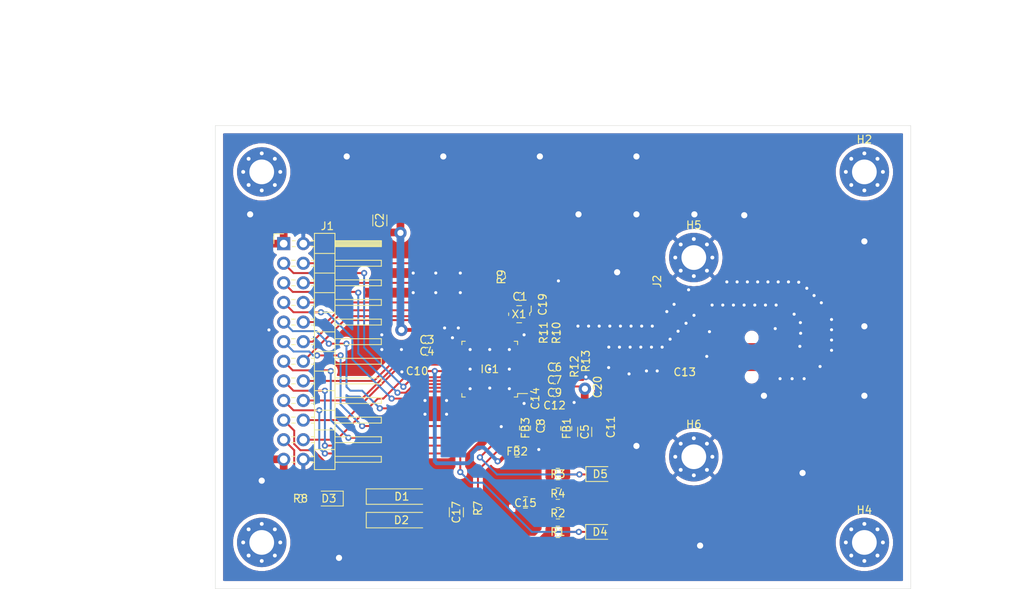
<source format=kicad_pcb>
(kicad_pcb (version 20171130) (host pcbnew "(5.1.9)-1")
  (layers (0 F.Cu signal hide) (31 B.Cu signal hide) (34 B.Paste user hide) (35 F.Paste user hide) (36 B.SilkS user) (37 F.SilkS user) (38 B.Mask user hide) (39 F.Mask user hide) (44 Edge.Cuts user))
  (net 0 "")
  (net 1 GND)
  (net 2 /3V3)
  (net 3 /A3V3)
  (net 4 /1V8OUT)
  (net 5 /1V8)
  (net 6 /A1V8)
  (net 7 /~RST)
  (net 8 "Net-(C19-Pad1)")
  (net 9 "Net-(C20-Pad1)")
  (net 10 /~RSTIN)
  (net 11 "Net-(D3-Pad2)")
  (net 12 /CSR)
  (net 13 /COL)
  (net 14 /TXD3)
  (net 15 /TXD2)
  (net 16 /TXD1)
  (net 17 /TXD0)
  (net 18 /TXEN)
  (net 19 /TXC)
  (net 20 /INTRP)
  (net 21 /RXER)
  (net 22 /RXC)
  (net 23 /RXDV)
  (net 24 /RXD0)
  (net 25 /RXD1)
  (net 26 /RXD2)
  (net 27 /RXD3)
  (net 28 /MDC)
  (net 29 /MDIO)
  (net 30 /REXT)
  (net 31 /CLK)
  (net 32 /TX+)
  (net 33 /TX-)
  (net 34 /RX+)
  (net 35 /RX-)
  (net 36 /USRIN)
  (net 37 /LED0)
  (net 38 "Net-(D4-Pad2)")
  (net 39 "Net-(D5-Pad2)")
  (net 40 /LED1)
  (module LED_SMD:LED_0805_2012Metric_Pad1.15x1.40mm_HandSolder (layer F.Cu) (at 140.0294 119.8646)
    (fp_text reference D5 (at 0 0) (layer F.SilkS))
    (fp_text value LED)
    (pad 2 smd roundrect (at 1.025 0) (size 1.15 1.4) (layers F.Cu F.Paste F.Mask) (roundrect_rratio 0.2173904347826087) (net 39 "Net-(D5-Pad2)"))
    (pad 1 smd roundrect (at -1.025 0) (size 1.15 1.4) (layers F.Cu F.Paste F.Mask) (roundrect_rratio 0.2173904347826087) (net 40 /LED1))
  )
  (module myfootprintlib:mezzanine_9p_10162582-1134109LF_Conan_1mm (layer F.Cu) (at 158.546 104.7236 90)
    (fp_text reference J2 (at 9.81 -11.15 90) (layer F.SilkS))
    (fp_text value Conn_01x09_Female)
    (pad "" np_thru_hole circle (at 2.5387 1.09082 90) (size 0.8 0.8) (drill 0.8) (layers *.Cu *.Mask))
    (pad "" np_thru_hole circle (at -2.5187 1.09082 90) (size 0.8 0.8) (drill 0.8) (layers *.Cu *.Mask))
    (pad 9 smd rect (at 2.01 -1.66 90) (size 0.6096 2.794) (layers F.Cu F.Paste F.Mask) (net 3 /A3V3))
    (pad 8 smd rect (at 1.51 1.642 90) (size 0.6096 2.794) (layers F.Cu F.Paste F.Mask) (net 35 /RX-))
    (pad 7 smd rect (at 1.01 -1.66 90) (size 0.6096 2.794) (layers F.Cu F.Paste F.Mask) (net 1 GND))
    (pad 6 smd rect (at 0.51 1.642 90) (size 0.6096 2.794) (layers F.Cu F.Paste F.Mask) (net 34 /RX+))
    (pad 5 smd rect (at 0.01 -1.66 90) (size 0.6096 2.794) (layers F.Cu F.Paste F.Mask) (net 1 GND))
    (pad 4 smd rect (at -0.49 1.642 90) (size 0.6096 2.794) (layers F.Cu F.Paste F.Mask) (net 33 /TX-))
    (pad 3 smd rect (at -0.99 -1.66 90) (size 0.6096 2.794) (layers F.Cu F.Paste F.Mask) (net 1 GND))
    (pad 2 smd rect (at -1.49 1.642 90) (size 0.6096 2.794) (layers F.Cu F.Paste F.Mask) (net 32 /TX+))
    (pad 1 smd rect (at -1.99 -1.66 90) (size 0.6096 2.794) (layers F.Cu F.Paste F.Mask) (net 3 /A3V3))
  )
  (module Package_QFP:LQFP-48_7x7mm_P0.5mm (layer F.Cu) (at 125.73 106.2736 180)
    (fp_text reference IC1 (at 0 -0.002) (layer F.SilkS))
    (fp_text value KSZ8041MLL)
    (pad 48 smd roundrect (at -2.75 -4.1625 180) (size 0.3 1.475) (layers F.Cu F.Paste F.Mask))
    (pad 47 smd roundrect (at -2.25 -4.1625 180) (size 0.3 1.475) (layers F.Cu F.Paste F.Mask) (net 7 /~RST))
    (pad 46 smd roundrect (at -1.75 -4.1625 180) (size 0.3 1.475) (layers F.Cu F.Paste F.Mask))
    (pad 45 smd roundrect (at -1.25 -4.1625 180) (size 0.3 1.475) (layers F.Cu F.Paste F.Mask))
    (pad 44 smd roundrect (at -0.75 -4.1625 180) (size 0.3 1.475) (layers F.Cu F.Paste F.Mask))
    (pad 43 smd roundrect (at -0.25 -4.1625 180) (size 0.3 1.475) (layers F.Cu F.Paste F.Mask) (net 40 /LED1))
    (pad 42 smd roundrect (at 0.25 -4.1625 180) (size 0.3 1.475) (layers F.Cu F.Paste F.Mask) (net 37 /LED0))
    (pad 41 smd roundrect (at 0.75 -4.1625 180) (size 0.3 1.475) (layers F.Cu F.Paste F.Mask) (net 12 /CSR))
    (pad 40 smd roundrect (at 1.25 -4.1625 180) (size 0.3 1.475) (layers F.Cu F.Paste F.Mask) (net 13 /COL))
    (pad 39 smd roundrect (at 1.75 -4.1625 180) (size 0.3 1.475) (layers F.Cu F.Paste F.Mask) (net 14 /TXD3))
    (pad 38 smd roundrect (at 2.25 -4.1625 180) (size 0.3 1.475) (layers F.Cu F.Paste F.Mask) (net 15 /TXD2))
    (pad 37 smd roundrect (at 2.75 -4.1625 180) (size 0.3 1.475) (layers F.Cu F.Paste F.Mask) (net 1 GND))
    (pad 36 smd roundrect (at 4.1625 -2.75 180) (size 1.475 0.3) (layers F.Cu F.Paste F.Mask) (net 16 /TXD1))
    (pad 35 smd roundrect (at 4.1625 -2.25 180) (size 1.475 0.3) (layers F.Cu F.Paste F.Mask) (net 17 /TXD0))
    (pad 34 smd roundrect (at 4.1625 -1.75 180) (size 1.475 0.3) (layers F.Cu F.Paste F.Mask) (net 18 /TXEN))
    (pad 33 smd roundrect (at 4.1625 -1.25 180) (size 1.475 0.3) (layers F.Cu F.Paste F.Mask) (net 19 /TXC))
    (pad 32 smd roundrect (at 4.1625 -0.75 180) (size 1.475 0.3) (layers F.Cu F.Paste F.Mask) (net 20 /INTRP))
    (pad 31 smd roundrect (at 4.1625 -0.25 180) (size 1.475 0.3) (layers F.Cu F.Paste F.Mask) (net 5 /1V8))
    (pad 30 smd roundrect (at 4.1625 0.25 180) (size 1.475 0.3) (layers F.Cu F.Paste F.Mask) (net 1 GND))
    (pad 29 smd roundrect (at 4.1625 0.75 180) (size 1.475 0.3) (layers F.Cu F.Paste F.Mask) (net 21 /RXER))
    (pad 28 smd roundrect (at 4.1625 1.25 180) (size 1.475 0.3) (layers F.Cu F.Paste F.Mask) (net 22 /RXC))
    (pad 27 smd roundrect (at 4.1625 1.75 180) (size 1.475 0.3) (layers F.Cu F.Paste F.Mask) (net 23 /RXDV))
    (pad 26 smd roundrect (at 4.1625 2.25 180) (size 1.475 0.3) (layers F.Cu F.Paste F.Mask) (net 2 /3V3))
    (pad 25 smd roundrect (at 4.1625 2.75 180) (size 1.475 0.3) (layers F.Cu F.Paste F.Mask) (net 2 /3V3))
    (pad 24 smd roundrect (at 2.75 4.1625 180) (size 0.3 1.475) (layers F.Cu F.Paste F.Mask) (net 1 GND))
    (pad 23 smd roundrect (at 2.25 4.1625 180) (size 0.3 1.475) (layers F.Cu F.Paste F.Mask) (net 24 /RXD0))
    (pad 22 smd roundrect (at 1.75 4.1625 180) (size 0.3 1.475) (layers F.Cu F.Paste F.Mask) (net 25 /RXD1))
    (pad 21 smd roundrect (at 1.25 4.1625 180) (size 0.3 1.475) (layers F.Cu F.Paste F.Mask) (net 26 /RXD2))
    (pad 20 smd roundrect (at 0.75 4.1625 180) (size 0.3 1.475) (layers F.Cu F.Paste F.Mask) (net 27 /RXD3))
    (pad 19 smd roundrect (at 0.25 4.1625 180) (size 0.3 1.475) (layers F.Cu F.Paste F.Mask) (net 28 /MDC))
    (pad 18 smd roundrect (at -0.25 4.1625 180) (size 0.3 1.475) (layers F.Cu F.Paste F.Mask) (net 29 /MDIO))
    (pad 17 smd roundrect (at -0.75 4.1625 180) (size 0.3 1.475) (layers F.Cu F.Paste F.Mask) (net 1 GND))
    (pad 16 smd roundrect (at -1.25 4.1625 180) (size 0.3 1.475) (layers F.Cu F.Paste F.Mask) (net 30 /REXT))
    (pad 15 smd roundrect (at -1.75 4.1625 180) (size 0.3 1.475) (layers F.Cu F.Paste F.Mask) (net 31 /CLK))
    (pad 14 smd roundrect (at -2.25 4.1625 180) (size 0.3 1.475) (layers F.Cu F.Paste F.Mask))
    (pad 13 smd roundrect (at -2.75 4.1625 180) (size 0.3 1.475) (layers F.Cu F.Paste F.Mask) (net 1 GND))
    (pad 12 smd roundrect (at -4.1625 2.75 180) (size 1.475 0.3) (layers F.Cu F.Paste F.Mask) (net 32 /TX+))
    (pad 11 smd roundrect (at -4.1625 2.25 180) (size 1.475 0.3) (layers F.Cu F.Paste F.Mask) (net 33 /TX-))
    (pad 10 smd roundrect (at -4.1625 1.75 180) (size 1.475 0.3) (layers F.Cu F.Paste F.Mask) (net 34 /RX+))
    (pad 9 smd roundrect (at -4.1625 1.25 180) (size 1.475 0.3) (layers F.Cu F.Paste F.Mask) (net 35 /RX-))
    (pad 8 smd roundrect (at -4.1625 0.75 180) (size 1.475 0.3) (layers F.Cu F.Paste F.Mask) (net 3 /A3V3))
    (pad 7 smd roundrect (at -4.1625 0.25 180) (size 1.475 0.3) (layers F.Cu F.Paste F.Mask) (net 3 /A3V3))
    (pad 6 smd roundrect (at -4.1625 -0.25 180) (size 1.475 0.3) (layers F.Cu F.Paste F.Mask) (net 4 /1V8OUT))
    (pad 5 smd roundrect (at -4.1625 -0.75 180) (size 1.475 0.3) (layers F.Cu F.Paste F.Mask) (net 6 /A1V8))
    (pad 4 smd roundrect (at -4.1625 -1.25 180) (size 1.475 0.3) (layers F.Cu F.Paste F.Mask) (net 6 /A1V8))
    (pad 3 smd roundrect (at -4.1625 -1.75 180) (size 1.475 0.3) (layers F.Cu F.Paste F.Mask) (net 1 GND))
    (pad 2 smd roundrect (at -4.1625 -2.25 180) (size 1.475 0.3) (layers F.Cu F.Paste F.Mask) (net 1 GND))
    (pad 1 smd roundrect (at -4.1625 -2.75 180) (size 1.475 0.3) (layers F.Cu F.Paste F.Mask) (net 1 GND))
  )
  (module LED_SMD:LED_0805_2012Metric_Pad1.15x1.40mm_HandSolder (layer F.Cu) (at 104.911 123.0376 180)
    (fp_text reference D3 (at 0 -0.002) (layer F.SilkS))
    (fp_text value LED)
    (pad 2 smd roundrect (at 1.025 0 180) (size 1.15 1.4) (layers F.Cu F.Paste F.Mask) (roundrect_rratio 0.2173904347826087) (net 11 "Net-(D3-Pad2)"))
    (pad 1 smd roundrect (at -1.025 0 180) (size 1.15 1.4) (layers F.Cu F.Paste F.Mask) (roundrect_rratio 0.2173904347826087) (net 1 GND))
  )
  (module Inductor_SMD:L_0805_2012Metric_Pad1.15x1.40mm_HandSolder (layer F.Cu) (at 135.636 113.9444 270)
    (fp_text reference FB1 (at 0 -0.05 90) (layer F.SilkS))
    (fp_text value 100-200R_at100MHz)
    (pad 2 smd roundrect (at 1.025 0 270) (size 1.15 1.4) (layers F.Cu F.Paste F.Mask) (roundrect_rratio 0.2173904347826087) (net 2 /3V3))
    (pad 1 smd roundrect (at -1.025 0 270) (size 1.15 1.4) (layers F.Cu F.Paste F.Mask) (roundrect_rratio 0.2173904347826087) (net 3 /A3V3))
  )
  (module Connector_PinHeader_2.54mm:PinHeader_2x12_P2.54mm_Horizontal (layer F.Cu) (at 99.06 90.0176)
    (fp_text reference J1 (at 5.655 -2.27) (layer F.SilkS))
    (fp_text value Conn_02x12_Odd_Even)
    (pad 24 thru_hole oval (at 2.54 27.94) (size 1.7 1.7) (drill 1) (layers *.Cu *.Mask) (net 1 GND))
    (pad 23 thru_hole oval (at 0 27.94) (size 1.7 1.7) (drill 1) (layers *.Cu *.Mask) (net 2 /3V3))
    (pad 22 thru_hole oval (at 2.54 25.4) (size 1.7 1.7) (drill 1) (layers *.Cu *.Mask) (net 20 /INTRP))
    (pad 21 thru_hole oval (at 0 25.4) (size 1.7 1.7) (drill 1) (layers *.Cu *.Mask) (net 36 /USRIN))
    (pad 20 thru_hole oval (at 2.54 22.86) (size 1.7 1.7) (drill 1) (layers *.Cu *.Mask) (net 21 /RXER))
    (pad 19 thru_hole oval (at 0 22.86) (size 1.7 1.7) (drill 1) (layers *.Cu *.Mask) (net 10 /~RSTIN))
    (pad 18 thru_hole oval (at 2.54 20.32) (size 1.7 1.7) (drill 1) (layers *.Cu *.Mask) (net 22 /RXC))
    (pad 17 thru_hole oval (at 0 20.32) (size 1.7 1.7) (drill 1) (layers *.Cu *.Mask) (net 12 /CSR))
    (pad 16 thru_hole oval (at 2.54 17.78) (size 1.7 1.7) (drill 1) (layers *.Cu *.Mask) (net 23 /RXDV))
    (pad 15 thru_hole oval (at 0 17.78) (size 1.7 1.7) (drill 1) (layers *.Cu *.Mask) (net 13 /COL))
    (pad 14 thru_hole oval (at 2.54 15.24) (size 1.7 1.7) (drill 1) (layers *.Cu *.Mask) (net 24 /RXD0))
    (pad 13 thru_hole oval (at 0 15.24) (size 1.7 1.7) (drill 1) (layers *.Cu *.Mask) (net 14 /TXD3))
    (pad 12 thru_hole oval (at 2.54 12.7) (size 1.7 1.7) (drill 1) (layers *.Cu *.Mask) (net 25 /RXD1))
    (pad 11 thru_hole oval (at 0 12.7) (size 1.7 1.7) (drill 1) (layers *.Cu *.Mask) (net 15 /TXD2))
    (pad 10 thru_hole oval (at 2.54 10.16) (size 1.7 1.7) (drill 1) (layers *.Cu *.Mask) (net 26 /RXD2))
    (pad 9 thru_hole oval (at 0 10.16) (size 1.7 1.7) (drill 1) (layers *.Cu *.Mask) (net 16 /TXD1))
    (pad 8 thru_hole oval (at 2.54 7.62) (size 1.7 1.7) (drill 1) (layers *.Cu *.Mask) (net 27 /RXD3))
    (pad 7 thru_hole oval (at 0 7.62) (size 1.7 1.7) (drill 1) (layers *.Cu *.Mask) (net 17 /TXD0))
    (pad 6 thru_hole oval (at 2.54 5.08) (size 1.7 1.7) (drill 1) (layers *.Cu *.Mask) (net 28 /MDC))
    (pad 5 thru_hole oval (at 0 5.08) (size 1.7 1.7) (drill 1) (layers *.Cu *.Mask) (net 18 /TXEN))
    (pad 4 thru_hole oval (at 2.54 2.54) (size 1.7 1.7) (drill 1) (layers *.Cu *.Mask) (net 29 /MDIO))
    (pad 3 thru_hole oval (at 0 2.54) (size 1.7 1.7) (drill 1) (layers *.Cu *.Mask) (net 19 /TXC))
    (pad 2 thru_hole oval (at 2.54 0) (size 1.7 1.7) (drill 1) (layers *.Cu *.Mask) (net 1 GND))
    (pad 1 thru_hole rect (at 0 0) (size 1.7 1.7) (drill 1) (layers *.Cu *.Mask) (net 2 /3V3))
  )
  (module Inductor_SMD:L_0805_2012Metric_Pad1.15x1.40mm_HandSolder (layer F.Cu) (at 130.302 113.8936 270)
    (fp_text reference FB3 (at 0 -0.05 90) (layer F.SilkS))
    (fp_text value 100-200R_at100MHz)
    (pad 2 smd roundrect (at 1.025 0 270) (size 1.15 1.4) (layers F.Cu F.Paste F.Mask) (roundrect_rratio 0.2173904347826087) (net 4 /1V8OUT))
    (pad 1 smd roundrect (at -1.025 0 270) (size 1.15 1.4) (layers F.Cu F.Paste F.Mask) (roundrect_rratio 0.2173904347826087) (net 6 /A1V8))
  )
  (module Diode_SMD:D_MiniMELF_Handsoldering (layer F.Cu) (at 114.3 125.8316)
    (fp_text reference D2 (at 0 0.002) (layer F.SilkS))
    (fp_text value D)
    (pad 2 smd rect (at 2.75 0) (size 3.3 1.7) (layers F.Cu F.Paste F.Mask) (net 7 /~RST))
    (pad 1 smd rect (at -2.75 0) (size 3.3 1.7) (layers F.Cu F.Paste F.Mask) (net 2 /3V3))
  )
  (module Capacitor_SMD:C_0603_1608Metric_Pad1.08x0.95mm_HandSolder (layer F.Cu) (at 131.572 110.0836 270)
    (fp_text reference C14 (at 0 -0.05 90) (layer F.SilkS))
    (fp_text value 100n)
    (pad 2 smd roundrect (at 0.8625 0 270) (size 1.075 0.95) (layers F.Cu F.Paste F.Mask) (net 1 GND))
    (pad 1 smd roundrect (at -0.8625 0 270) (size 1.075 0.95) (layers F.Cu F.Paste F.Mask) (net 6 /A1V8))
  )
  (module Inductor_SMD:L_0805_2012Metric_Pad1.15x1.40mm_HandSolder (layer F.Cu) (at 129.277 116.9416)
    (fp_text reference FB2 (at -0.0045 0.002) (layer F.SilkS))
    (fp_text value 100-200R_at100MHz)
    (pad 2 smd roundrect (at 1.025 0) (size 1.15 1.4) (layers F.Cu F.Paste F.Mask) (roundrect_rratio 0.2173904347826087) (net 4 /1V8OUT))
    (pad 1 smd roundrect (at -1.025 0) (size 1.15 1.4) (layers F.Cu F.Paste F.Mask) (roundrect_rratio 0.2173904347826087) (net 5 /1V8))
  )
  (module Diode_SMD:D_MiniMELF_Handsoldering (layer F.Cu) (at 114.3 122.7836)
    (fp_text reference D1 (at 0.05 0.002) (layer F.SilkS))
    (fp_text value D)
    (pad 2 smd rect (at 2.75 0) (size 3.3 1.7) (layers F.Cu F.Paste F.Mask) (net 7 /~RST))
    (pad 1 smd rect (at -2.75 0) (size 3.3 1.7) (layers F.Cu F.Paste F.Mask) (net 10 /~RSTIN))
  )
  (module Capacitor_SMD:C_0603_1608Metric_Pad1.08x0.95mm_HandSolder (layer F.Cu) (at 116.332 106.5276 180)
    (fp_text reference C10 (at 0 -0.002) (layer F.SilkS))
    (fp_text value 100n)
    (pad 2 smd roundrect (at 0.8625 0 180) (size 1.075 0.95) (layers F.Cu F.Paste F.Mask) (net 1 GND))
    (pad 1 smd roundrect (at -0.8625 0 180) (size 1.075 0.95) (layers F.Cu F.Paste F.Mask) (net 5 /1V8))
  )
  (module Capacitor_SMD:C_0603_1608Metric_Pad1.08x0.95mm_HandSolder (layer F.Cu) (at 134.112 107.6706)
    (fp_text reference C7 (at 0 0.002) (layer F.SilkS))
    (fp_text value 100n)
    (pad 2 smd roundrect (at 0.8625 0) (size 1.075 0.95) (layers F.Cu F.Paste F.Mask) (net 1 GND))
    (pad 1 smd roundrect (at -0.8625 0) (size 1.075 0.95) (layers F.Cu F.Paste F.Mask) (net 3 /A3V3))
  )
  (module Capacitor_SMD:C_0603_1608Metric_Pad1.08x0.95mm_HandSolder (layer F.Cu) (at 134.112 110.9726)
    (fp_text reference C12 (at 0 0.002) (layer F.SilkS))
    (fp_text value 100n)
    (pad 2 smd roundrect (at 0.8625 0) (size 1.075 0.95) (layers F.Cu F.Paste F.Mask) (net 1 GND))
    (pad 1 smd roundrect (at -0.8625 0) (size 1.075 0.95) (layers F.Cu F.Paste F.Mask) (net 6 /A1V8))
  )
  (module Capacitor_SMD:C_0603_1608Metric_Pad1.08x0.95mm_HandSolder (layer F.Cu) (at 129.6405 96.8756 180)
    (fp_text reference C1 (at 0 -0.002) (layer F.SilkS))
    (fp_text value 100n)
    (pad 2 smd roundrect (at 0.8625 0 180) (size 1.075 0.95) (layers F.Cu F.Paste F.Mask) (net 1 GND))
    (pad 1 smd roundrect (at -0.8625 0 180) (size 1.075 0.95) (layers F.Cu F.Paste F.Mask) (net 2 /3V3))
  )
  (module Capacitor_SMD:C_1206_3216Metric_Pad1.33x1.80mm_HandSolder (layer F.Cu) (at 111.506 87.0081 90)
    (fp_text reference C2 (at 0 -0.0135 90) (layer F.SilkS))
    (fp_text value 22u)
    (pad 2 smd roundrect (at 1.5625 0 90) (size 1.325 1.8) (layers F.Cu F.Paste F.Mask) (roundrect_rratio 0.1886784905660377) (net 1 GND))
    (pad 1 smd roundrect (at -1.5625 0 90) (size 1.325 1.8) (layers F.Cu F.Paste F.Mask) (roundrect_rratio 0.1886784905660377) (net 2 /3V3))
  )
  (module Capacitor_SMD:C_0603_1608Metric_Pad1.08x0.95mm_HandSolder (layer F.Cu) (at 132.334 113.6396 270)
    (fp_text reference C8 (at 0 0.0135 90) (layer F.SilkS))
    (fp_text value 1u)
    (pad 2 smd roundrect (at 0.8625 0 270) (size 1.075 0.95) (layers F.Cu F.Paste F.Mask) (net 1 GND))
    (pad 1 smd roundrect (at -0.8625 0 270) (size 1.075 0.95) (layers F.Cu F.Paste F.Mask) (net 4 /1V8OUT))
  )
  (module Capacitor_SMD:C_0603_1608Metric_Pad1.08x0.95mm_HandSolder (layer F.Cu) (at 134.112 106.0196)
    (fp_text reference C6 (at 0 0.002) (layer F.SilkS))
    (fp_text value 100n)
    (pad 2 smd roundrect (at 0.8625 0) (size 1.075 0.95) (layers F.Cu F.Paste F.Mask) (net 1 GND))
    (pad 1 smd roundrect (at -0.8625 0) (size 1.075 0.95) (layers F.Cu F.Paste F.Mask) (net 3 /A3V3))
  )
  (module Capacitor_SMD:C_1206_3216Metric_Pad1.42x1.75mm_HandSolder (layer F.Cu) (at 138.0236 114.4016 270)
    (fp_text reference C5 (at 0 -0.0119 90) (layer F.SilkS))
    (fp_text value 22u)
    (pad 2 smd roundrect (at 1.4875 0 270) (size 1.425 1.75) (layers F.Cu F.Paste F.Mask) (roundrect_rratio 0.1754385964912281) (net 1 GND))
    (pad 1 smd roundrect (at -1.4875 0 270) (size 1.425 1.75) (layers F.Cu F.Paste F.Mask) (roundrect_rratio 0.1754385964912281) (net 3 /A3V3))
  )
  (module Capacitor_SMD:C_0603_1608Metric_Pad1.08x0.95mm_HandSolder (layer F.Cu) (at 117.602 103.9876 180)
    (fp_text reference C4 (at 0 -0.002) (layer F.SilkS))
    (fp_text value 100n)
    (pad 2 smd roundrect (at 0.8625 0 180) (size 1.075 0.95) (layers F.Cu F.Paste F.Mask) (net 1 GND))
    (pad 1 smd roundrect (at -0.8625 0 180) (size 1.075 0.95) (layers F.Cu F.Paste F.Mask) (net 2 /3V3))
  )
  (module Capacitor_SMD:C_0603_1608Metric_Pad1.08x0.95mm_HandSolder (layer F.Cu) (at 117.602 102.4636 180)
    (fp_text reference C3 (at 0 -0.002) (layer F.SilkS))
    (fp_text value 100n)
    (pad 2 smd roundrect (at 0.8625 0 180) (size 1.075 0.95) (layers F.Cu F.Paste F.Mask) (net 1 GND))
    (pad 1 smd roundrect (at -0.8625 0 180) (size 1.075 0.95) (layers F.Cu F.Paste F.Mask) (net 2 /3V3))
  )
  (module Capacitor_SMD:C_0603_1608Metric_Pad1.08x0.95mm_HandSolder (layer F.Cu) (at 134.112 109.3216)
    (fp_text reference C9 (at 0 0.002) (layer F.SilkS))
    (fp_text value 100n)
    (pad 2 smd roundrect (at 0.8625 0) (size 1.075 0.95) (layers F.Cu F.Paste F.Mask) (net 1 GND))
    (pad 1 smd roundrect (at -0.8625 0) (size 1.075 0.95) (layers F.Cu F.Paste F.Mask) (net 4 /1V8OUT))
  )
  (module Capacitor_SMD:C_1206_3216Metric_Pad1.42x1.75mm_HandSolder (layer F.Cu) (at 121.412 124.8156 270)
    (fp_text reference C17 (at 0.002 0.0135 90) (layer F.SilkS))
    (fp_text value 10u)
    (pad 2 smd roundrect (at 1.4875 0 270) (size 1.425 1.75) (layers F.Cu F.Paste F.Mask) (roundrect_rratio 0.1754385964912281) (net 1 GND))
    (pad 1 smd roundrect (at -1.4875 0 270) (size 1.425 1.75) (layers F.Cu F.Paste F.Mask) (roundrect_rratio 0.1754385964912281) (net 7 /~RST))
  )
  (module Resistor_SMD:R_0603_1608Metric_Pad1.05x0.95mm_HandSolder (layer F.Cu) (at 134.366 101.5746 90)
    (fp_text reference R10 (at -0.002 -0.0135 90) (layer F.SilkS))
    (fp_text value 49R9)
    (pad 2 smd roundrect (at 0.875 0 90) (size 1.05 0.95) (layers F.Cu F.Paste F.Mask) (net 8 "Net-(C19-Pad1)"))
    (pad 1 smd roundrect (at -0.875 0 90) (size 1.05 0.95) (layers F.Cu F.Paste F.Mask) (net 33 /TX-))
  )
  (module Resistor_SMD:R_0603_1608Metric_Pad1.05x0.95mm_HandSolder (layer F.Cu) (at 124.206 124.3076 90)
    (fp_text reference R7 (at 0 -0.0135 90) (layer F.SilkS))
    (fp_text value 10k)
    (pad 2 smd roundrect (at 0.875 0 90) (size 1.05 0.95) (layers F.Cu F.Paste F.Mask) (net 7 /~RST))
    (pad 1 smd roundrect (at -0.875 0 90) (size 1.05 0.95) (layers F.Cu F.Paste F.Mask) (net 2 /3V3))
  )
  (module Resistor_SMD:R_0603_1608Metric_Pad1.05x0.95mm_HandSolder (layer F.Cu) (at 101.233 123.0376)
    (fp_text reference R8 (at 0 0.002) (layer F.SilkS))
    (fp_text value 1k3)
    (pad 2 smd roundrect (at 0.875 0) (size 1.05 0.95) (layers F.Cu F.Paste F.Mask) (net 11 "Net-(D3-Pad2)"))
    (pad 1 smd roundrect (at -0.875 0) (size 1.05 0.95) (layers F.Cu F.Paste F.Mask) (net 36 /USRIN))
  )
  (module Capacitor_SMD:C_0603_1608Metric_Pad1.08x0.95mm_HandSolder (layer F.Cu) (at 139.7 108.5861 270)
    (fp_text reference C20 (at 0 0.0135 90) (layer F.SilkS))
    (fp_text value 100n)
    (pad 2 smd roundrect (at 0.8625 0 270) (size 1.075 0.95) (layers F.Cu F.Paste F.Mask) (net 1 GND))
    (pad 1 smd roundrect (at -0.8625 0 270) (size 1.075 0.95) (layers F.Cu F.Paste F.Mask) (net 9 "Net-(C20-Pad1)"))
  )
  (module Resistor_SMD:R_0603_1608Metric_Pad1.05x0.95mm_HandSolder (layer F.Cu) (at 138.1506 105.2322 270)
    (fp_text reference R13 (at 0 -0.0119 90) (layer F.SilkS))
    (fp_text value 49R9)
    (pad 2 smd roundrect (at 0.875 0 270) (size 1.05 0.95) (layers F.Cu F.Paste F.Mask) (net 9 "Net-(C20-Pad1)"))
    (pad 1 smd roundrect (at -0.875 0 270) (size 1.05 0.95) (layers F.Cu F.Paste F.Mask) (net 34 /RX+))
  )
  (module Resistor_SMD:R_0603_1608Metric_Pad1.05x0.95mm_HandSolder (layer F.Cu) (at 132.715 101.5606 90)
    (fp_text reference R11 (at 0 -0.0135 90) (layer F.SilkS))
    (fp_text value 49R9)
    (pad 2 smd roundrect (at 0.875 0 90) (size 1.05 0.95) (layers F.Cu F.Paste F.Mask) (net 8 "Net-(C19-Pad1)"))
    (pad 1 smd roundrect (at -0.875 0 90) (size 1.05 0.95) (layers F.Cu F.Paste F.Mask) (net 32 /TX+))
  )
  (module Resistor_SMD:R_0603_1608Metric_Pad1.05x0.95mm_HandSolder (layer F.Cu) (at 136.652 105.9434 270)
    (fp_text reference R12 (at 0 -0.05 90) (layer F.SilkS))
    (fp_text value 49R9)
    (pad 2 smd roundrect (at 0.875 0 270) (size 1.05 0.95) (layers F.Cu F.Paste F.Mask) (net 9 "Net-(C20-Pad1)"))
    (pad 1 smd roundrect (at -0.875 0 270) (size 1.05 0.95) (layers F.Cu F.Paste F.Mask) (net 35 /RX-))
  )
  (module Capacitor_SMD:C_0603_1608Metric_Pad1.08x0.95mm_HandSolder (layer F.Cu) (at 132.588 97.8916 90)
    (fp_text reference C19 (at -0.002 -0.0135 90) (layer F.SilkS))
    (fp_text value 100n)
    (pad 2 smd roundrect (at 0.8625 0 90) (size 1.075 0.95) (layers F.Cu F.Paste F.Mask) (net 1 GND))
    (pad 1 smd roundrect (at -0.8625 0 90) (size 1.075 0.95) (layers F.Cu F.Paste F.Mask) (net 8 "Net-(C19-Pad1)"))
  )
  (module Resistor_SMD:R_0603_1608Metric_Pad1.05x0.95mm_HandSolder (layer F.Cu) (at 127.254 94.3356 90)
    (fp_text reference R9 (at 0 -0.0135 90) (layer F.SilkS))
    (fp_text value 6k49)
    (pad 2 smd roundrect (at 0.875 0 90) (size 1.05 0.95) (layers F.Cu F.Paste F.Mask) (net 1 GND))
    (pad 1 smd roundrect (at -0.875 0 90) (size 1.05 0.95) (layers F.Cu F.Paste F.Mask) (net 30 /REXT))
  )
  (module myfootprintlib:Oscillator_SMD_ECS_2520MV-xxx-xx-4Pin_2.5x2.0mm_HANDSOLD (layer F.Cu) (at 129.54 99.1616 270)
    (fp_text reference X1 (at 0.002 0.0135) (layer F.SilkS))
    (fp_text value ECS-2520MV-xxx-xx)
    (pad 3 smd roundrect (at 0.725 0.925 270) (size 1 1) (layers F.Cu F.Paste F.Mask) (net 31 /CLK))
    (pad 2 smd roundrect (at -0.725 0.925 270) (size 1 1) (layers F.Cu F.Paste F.Mask) (net 1 GND))
    (pad 4 smd roundrect (at 0.725 -0.925 270) (size 1 1) (layers F.Cu F.Paste F.Mask) (net 2 /3V3))
    (pad 1 smd roundrect (at -0.725 -0.925 270) (size 1 1) (layers F.Cu F.Paste F.Mask) (net 2 /3V3))
  )
  (module Capacitor_SMD:C_0603_1608Metric_Pad1.08x0.95mm_HandSolder (layer F.Cu) (at 141.37 113.7736 270)
    (fp_text reference C11 (at -0.005 -0.031 90) (layer F.SilkS))
    (fp_text value 10u)
    (pad 2 smd roundrect (at 0.8625 0 270) (size 1.075 0.95) (layers F.Cu F.Paste F.Mask) (net 1 GND))
    (pad 1 smd roundrect (at -0.8625 0 270) (size 1.075 0.95) (layers F.Cu F.Paste F.Mask) (net 3 /A3V3))
  )
  (module Capacitor_SMD:C_0603_1608Metric_Pad1.08x0.95mm_HandSolder (layer F.Cu) (at 150.97 106.6736 180)
    (fp_text reference C13 (at 0 0.017) (layer F.SilkS))
    (fp_text value 10u)
    (pad 2 smd roundrect (at 0.8625 0 180) (size 1.075 0.95) (layers F.Cu F.Paste F.Mask) (net 1 GND))
    (pad 1 smd roundrect (at -0.8625 0 180) (size 1.075 0.95) (layers F.Cu F.Paste F.Mask) (net 3 /A3V3))
  )
  (module MountingHole:MountingHole_3.2mm_M3_Pad_Via (layer F.Cu) (at 96.22 80.7236)
    (fp_text reference H1 (at 0 -0.0385) (layer F.SilkS))
    (fp_text value MountingHole)
    (pad 1 thru_hole circle (at 1.697056 -1.697056) (size 0.8 0.8) (drill 0.5) (layers *.Cu *.Mask))
    (pad 1 thru_hole circle (at 0 -2.4) (size 0.8 0.8) (drill 0.5) (layers *.Cu *.Mask))
    (pad 1 thru_hole circle (at -1.697056 -1.697056) (size 0.8 0.8) (drill 0.5) (layers *.Cu *.Mask))
    (pad 1 thru_hole circle (at -2.4 0) (size 0.8 0.8) (drill 0.5) (layers *.Cu *.Mask))
    (pad 1 thru_hole circle (at -1.697056 1.697056) (size 0.8 0.8) (drill 0.5) (layers *.Cu *.Mask))
    (pad 1 thru_hole circle (at 0 2.4) (size 0.8 0.8) (drill 0.5) (layers *.Cu *.Mask))
    (pad 1 thru_hole circle (at 1.697056 1.697056) (size 0.8 0.8) (drill 0.5) (layers *.Cu *.Mask))
    (pad 1 thru_hole circle (at 2.4 0) (size 0.8 0.8) (drill 0.5) (layers *.Cu *.Mask))
    (pad 1 thru_hole circle (at 0 0) (size 6.4 6.4) (drill 3.2) (layers *.Cu *.Mask))
  )
  (module MountingHole:MountingHole_3.2mm_M3_Pad_Via (layer F.Cu) (at 174.22 80.7236)
    (fp_text reference H2 (at 0 -4.2) (layer F.SilkS))
    (fp_text value MountingHole)
    (pad 1 thru_hole circle (at 1.697056 -1.697056) (size 0.8 0.8) (drill 0.5) (layers *.Cu *.Mask))
    (pad 1 thru_hole circle (at 0 -2.4) (size 0.8 0.8) (drill 0.5) (layers *.Cu *.Mask))
    (pad 1 thru_hole circle (at -1.697056 -1.697056) (size 0.8 0.8) (drill 0.5) (layers *.Cu *.Mask))
    (pad 1 thru_hole circle (at -2.4 0) (size 0.8 0.8) (drill 0.5) (layers *.Cu *.Mask))
    (pad 1 thru_hole circle (at -1.697056 1.697056) (size 0.8 0.8) (drill 0.5) (layers *.Cu *.Mask))
    (pad 1 thru_hole circle (at 0 2.4) (size 0.8 0.8) (drill 0.5) (layers *.Cu *.Mask))
    (pad 1 thru_hole circle (at 1.697056 1.697056) (size 0.8 0.8) (drill 0.5) (layers *.Cu *.Mask))
    (pad 1 thru_hole circle (at 2.4 0) (size 0.8 0.8) (drill 0.5) (layers *.Cu *.Mask))
    (pad 1 thru_hole circle (at 0 0) (size 6.4 6.4) (drill 3.2) (layers *.Cu *.Mask))
  )
  (module MountingHole:MountingHole_3.2mm_M3_Pad_Via (layer F.Cu) (at 96.22 128.7236)
    (fp_text reference H3 (at 0.0325 -0.0325) (layer F.SilkS))
    (fp_text value MountingHole)
    (pad 1 thru_hole circle (at 1.697056 -1.697056) (size 0.8 0.8) (drill 0.5) (layers *.Cu *.Mask))
    (pad 1 thru_hole circle (at 0 -2.4) (size 0.8 0.8) (drill 0.5) (layers *.Cu *.Mask))
    (pad 1 thru_hole circle (at -1.697056 -1.697056) (size 0.8 0.8) (drill 0.5) (layers *.Cu *.Mask))
    (pad 1 thru_hole circle (at -2.4 0) (size 0.8 0.8) (drill 0.5) (layers *.Cu *.Mask))
    (pad 1 thru_hole circle (at -1.697056 1.697056) (size 0.8 0.8) (drill 0.5) (layers *.Cu *.Mask))
    (pad 1 thru_hole circle (at 0 2.4) (size 0.8 0.8) (drill 0.5) (layers *.Cu *.Mask))
    (pad 1 thru_hole circle (at 1.697056 1.697056) (size 0.8 0.8) (drill 0.5) (layers *.Cu *.Mask))
    (pad 1 thru_hole circle (at 2.4 0) (size 0.8 0.8) (drill 0.5) (layers *.Cu *.Mask))
    (pad 1 thru_hole circle (at 0 0) (size 6.4 6.4) (drill 3.2) (layers *.Cu *.Mask))
  )
  (module MountingHole:MountingHole_3.2mm_M3_Pad_Via (layer F.Cu) (at 174.22 128.7236)
    (fp_text reference H4 (at 0 -4.2) (layer F.SilkS))
    (fp_text value MountingHole)
    (pad 1 thru_hole circle (at 1.697056 -1.697056) (size 0.8 0.8) (drill 0.5) (layers *.Cu *.Mask))
    (pad 1 thru_hole circle (at 0 -2.4) (size 0.8 0.8) (drill 0.5) (layers *.Cu *.Mask))
    (pad 1 thru_hole circle (at -1.697056 -1.697056) (size 0.8 0.8) (drill 0.5) (layers *.Cu *.Mask))
    (pad 1 thru_hole circle (at -2.4 0) (size 0.8 0.8) (drill 0.5) (layers *.Cu *.Mask))
    (pad 1 thru_hole circle (at -1.697056 1.697056) (size 0.8 0.8) (drill 0.5) (layers *.Cu *.Mask))
    (pad 1 thru_hole circle (at 0 2.4) (size 0.8 0.8) (drill 0.5) (layers *.Cu *.Mask))
    (pad 1 thru_hole circle (at 1.697056 1.697056) (size 0.8 0.8) (drill 0.5) (layers *.Cu *.Mask))
    (pad 1 thru_hole circle (at 2.4 0) (size 0.8 0.8) (drill 0.5) (layers *.Cu *.Mask))
    (pad 1 thru_hole circle (at 0 0) (size 6.4 6.4) (drill 3.2) (layers *.Cu *.Mask))
  )
  (module MountingHole:MountingHole_3.2mm_M3_Pad_Via (layer F.Cu) (at 152.1452 91.8204)
    (fp_text reference H5 (at 0 -4.2) (layer F.SilkS))
    (fp_text value MountingHole_Pad)
    (pad 1 thru_hole circle (at 1.697056 -1.697056) (size 0.8 0.8) (drill 0.5) (layers *.Cu *.Mask) (net 1 GND))
    (pad 1 thru_hole circle (at 0 -2.4) (size 0.8 0.8) (drill 0.5) (layers *.Cu *.Mask) (net 1 GND))
    (pad 1 thru_hole circle (at -1.697056 -1.697056) (size 0.8 0.8) (drill 0.5) (layers *.Cu *.Mask) (net 1 GND))
    (pad 1 thru_hole circle (at -2.4 0) (size 0.8 0.8) (drill 0.5) (layers *.Cu *.Mask) (net 1 GND))
    (pad 1 thru_hole circle (at -1.697056 1.697056) (size 0.8 0.8) (drill 0.5) (layers *.Cu *.Mask) (net 1 GND))
    (pad 1 thru_hole circle (at 0 2.4) (size 0.8 0.8) (drill 0.5) (layers *.Cu *.Mask) (net 1 GND))
    (pad 1 thru_hole circle (at 1.697056 1.697056) (size 0.8 0.8) (drill 0.5) (layers *.Cu *.Mask) (net 1 GND))
    (pad 1 thru_hole circle (at 2.4 0) (size 0.8 0.8) (drill 0.5) (layers *.Cu *.Mask) (net 1 GND))
    (pad 1 thru_hole circle (at 0 0) (size 6.4 6.4) (drill 3.2) (layers *.Cu *.Mask) (net 1 GND))
  )
  (module MountingHole:MountingHole_3.2mm_M3_Pad_Via (layer F.Cu) (at 152.1452 117.6268)
    (fp_text reference H6 (at 0 -4.2) (layer F.SilkS))
    (fp_text value MountingHole_Pad)
    (pad 1 thru_hole circle (at 1.697056 -1.697056) (size 0.8 0.8) (drill 0.5) (layers *.Cu *.Mask) (net 1 GND))
    (pad 1 thru_hole circle (at 0 -2.4) (size 0.8 0.8) (drill 0.5) (layers *.Cu *.Mask) (net 1 GND))
    (pad 1 thru_hole circle (at -1.697056 -1.697056) (size 0.8 0.8) (drill 0.5) (layers *.Cu *.Mask) (net 1 GND))
    (pad 1 thru_hole circle (at -2.4 0) (size 0.8 0.8) (drill 0.5) (layers *.Cu *.Mask) (net 1 GND))
    (pad 1 thru_hole circle (at -1.697056 1.697056) (size 0.8 0.8) (drill 0.5) (layers *.Cu *.Mask) (net 1 GND))
    (pad 1 thru_hole circle (at 0 2.4) (size 0.8 0.8) (drill 0.5) (layers *.Cu *.Mask) (net 1 GND))
    (pad 1 thru_hole circle (at 1.697056 1.697056) (size 0.8 0.8) (drill 0.5) (layers *.Cu *.Mask) (net 1 GND))
    (pad 1 thru_hole circle (at 2.4 0) (size 0.8 0.8) (drill 0.5) (layers *.Cu *.Mask) (net 1 GND))
    (pad 1 thru_hole circle (at 0 0) (size 6.4 6.4) (drill 3.2) (layers *.Cu *.Mask) (net 1 GND))
  )
  (module LED_SMD:LED_0805_2012Metric_Pad1.15x1.40mm_HandSolder (layer F.Cu) (at 140.004 127.3576)
    (fp_text reference D4 (at 0 0) (layer F.SilkS))
    (fp_text value LED)
    (pad 1 smd roundrect (at -1.025 0) (size 1.15 1.4) (layers F.Cu F.Paste F.Mask) (roundrect_rratio 0.2173904347826087) (net 37 /LED0))
    (pad 2 smd roundrect (at 1.025 0) (size 1.15 1.4) (layers F.Cu F.Paste F.Mask) (roundrect_rratio 0.2173904347826087) (net 38 "Net-(D4-Pad2)"))
  )
  (module Resistor_SMD:R_0805_2012Metric_Pad1.20x1.40mm_HandSolder (layer F.Cu) (at 134.543 127.3576)
    (fp_text reference R1 (at 0 0) (layer F.SilkS))
    (fp_text value 4k7)
    (pad 2 smd roundrect (at 1 0) (size 1.2 1.4) (layers F.Cu F.Paste F.Mask) (roundrect_rratio 0.2083325) (net 37 /LED0))
    (pad 1 smd roundrect (at -1 0) (size 1.2 1.4) (layers F.Cu F.Paste F.Mask) (roundrect_rratio 0.2083325) (net 2 /3V3))
  )
  (module Resistor_SMD:R_0805_2012Metric_Pad1.20x1.40mm_HandSolder (layer F.Cu) (at 134.559 124.9446)
    (fp_text reference R2 (at -0.016 0) (layer F.SilkS))
    (fp_text value 470)
    (pad 2 smd roundrect (at 1 0) (size 1.2 1.4) (layers F.Cu F.Paste F.Mask) (roundrect_rratio 0.2083325) (net 38 "Net-(D4-Pad2)"))
    (pad 1 smd roundrect (at -1 0) (size 1.2 1.4) (layers F.Cu F.Paste F.Mask) (roundrect_rratio 0.2083325) (net 2 /3V3))
  )
  (module Resistor_SMD:R_0805_2012Metric_Pad1.20x1.40mm_HandSolder (layer F.Cu) (at 134.543 119.8646)
    (fp_text reference R3 (at 0 0) (layer F.SilkS))
    (fp_text value 4k7)
    (pad 1 smd roundrect (at -1 0) (size 1.2 1.4) (layers F.Cu F.Paste F.Mask) (roundrect_rratio 0.2083325) (net 2 /3V3))
    (pad 2 smd roundrect (at 1 0) (size 1.2 1.4) (layers F.Cu F.Paste F.Mask) (roundrect_rratio 0.2083325) (net 40 /LED1))
  )
  (module Resistor_SMD:R_0805_2012Metric_Pad1.20x1.40mm_HandSolder (layer F.Cu) (at 134.543 122.4046)
    (fp_text reference R4 (at 0 0) (layer F.SilkS))
    (fp_text value 470)
    (pad 1 smd roundrect (at -1 0) (size 1.2 1.4) (layers F.Cu F.Paste F.Mask) (roundrect_rratio 0.2083325) (net 2 /3V3))
    (pad 2 smd roundrect (at 1 0) (size 1.2 1.4) (layers F.Cu F.Paste F.Mask) (roundrect_rratio 0.2083325) (net 39 "Net-(D5-Pad2)"))
  )
  (module Capacitor_SMD:C_0805_2012Metric_Pad1.18x1.45mm_HandSolder (layer F.Cu) (at 130.352 123.5476 180)
    (fp_text reference C15 (at 0 -0.0635) (layer F.SilkS))
    (fp_text value 10u)
    (pad 1 smd roundrect (at -1.0375 0 180) (size 1.175 1.45) (layers F.Cu F.Paste F.Mask) (roundrect_rratio 0.2127659574468085) (net 2 /3V3))
    (pad 2 smd roundrect (at 1.0375 0 180) (size 1.175 1.45) (layers F.Cu F.Paste F.Mask) (roundrect_rratio 0.2127659574468085) (net 1 GND))
  )
  (gr_line (start 90.22 74.7236) (end 180.22 74.7236) (layer Edge.Cuts) (width 0.05))
  (gr_line (start 180.22 74.7236) (end 180.22 134.7236) (layer Edge.Cuts) (width 0.05))
  (gr_line (start 90.22 134.7236) (end 90.22 74.7236) (layer Edge.Cuts) (width 0.05))
  (gr_line (start 180.22 134.7236) (end 90.22 134.7236) (layer Edge.Cuts) (width 0.05))
  (via (at 163.306396 107.5136) (size 0.8) (drill 0.4) (layers F.Cu B.Cu) (net 1))
  (via (at 164.865595 107.5136) (size 0.8) (drill 0.4) (layers F.Cu B.Cu) (net 1))
  (via (at 168.485096 105.933391) (size 0.8) (drill 0.4) (layers F.Cu B.Cu) (net 1))
  (via (at 169.970009 103.833607) (size 0.8) (drill 0.4) (layers F.Cu B.Cu) (net 1))
  (via (at 169.970009 102.504148) (size 0.8) (drill 0.4) (layers F.Cu B.Cu) (net 1))
  (via (at 169.970009 101.174689) (size 0.8) (drill 0.4) (layers F.Cu B.Cu) (net 1))
  (via (at 169.970009 99.845231) (size 0.8) (drill 0.4) (layers F.Cu B.Cu) (net 1))
  (via (at 168.648889 97.677601) (size 0.8) (drill 0.4) (layers F.Cu B.Cu) (net 1))
  (via (at 167.70882 96.737532) (size 0.8) (drill 0.4) (layers F.Cu B.Cu) (net 1))
  (via (at 166.768751 95.797463) (size 0.8) (drill 0.4) (layers F.Cu B.Cu) (net 1))
  (via (at 165.721445 95.012342) (size 0.8) (drill 0.4) (layers F.Cu B.Cu) (net 1))
  (via (at 164.395154 94.97359) (size 0.8) (drill 0.4) (layers F.Cu B.Cu) (net 1))
  (via (at 163.065696 94.97359) (size 0.8) (drill 0.4) (layers F.Cu B.Cu) (net 1))
  (via (at 161.736237 94.97359) (size 0.8) (drill 0.4) (layers F.Cu B.Cu) (net 1))
  (via (at 160.406778 94.97359) (size 0.8) (drill 0.4) (layers F.Cu B.Cu) (net 1))
  (via (at 159.077319 94.97359) (size 0.8) (drill 0.4) (layers F.Cu B.Cu) (net 1))
  (via (at 157.74786 94.97359) (size 0.8) (drill 0.4) (layers F.Cu B.Cu) (net 1))
  (via (at 156.418402 94.97359) (size 0.8) (drill 0.4) (layers F.Cu B.Cu) (net 1))
  (via (at 151.469468 95.999243) (size 0.8) (drill 0.4) (layers F.Cu B.Cu) (net 1))
  (via (at 149.58933 97.879381) (size 0.8) (drill 0.4) (layers F.Cu B.Cu) (net 1))
  (via (at 148.64926 98.819451) (size 0.8) (drill 0.4) (layers F.Cu B.Cu) (net 1))
  (via (at 145.394854 100.69959) (size 0.8) (drill 0.4) (layers F.Cu B.Cu) (net 1))
  (via (at 144.020586 100.69959) (size 0.8) (drill 0.4) (layers F.Cu B.Cu) (net 1))
  (via (at 142.646318 100.69959) (size 0.8) (drill 0.4) (layers F.Cu B.Cu) (net 1))
  (via (at 141.27205 100.69959) (size 0.8) (drill 0.4) (layers F.Cu B.Cu) (net 1))
  (via (at 139.897782 100.69959) (size 0.8) (drill 0.4) (layers F.Cu B.Cu) (net 1))
  (via (at 138.523514 100.69959) (size 0.8) (drill 0.4) (layers F.Cu B.Cu) (net 1))
  (via (at 137.149246 100.69959) (size 0.8) (drill 0.4) (layers F.Cu B.Cu) (net 1))
  (via (at 166.424774 107.512289) (size 0.8) (drill 0.4) (layers F.Cu B.Cu) (net 1))
  (via (at 146.769122 100.69959) (size 0.8) (drill 0.4) (layers F.Cu B.Cu) (net 1))
  (via (at 146.016103 106.50721) (size 0.8) (drill 0.4) (layers F.Cu B.Cu) (net 1))
  (via (at 147.405438 106.50721) (size 0.8) (drill 0.4) (layers F.Cu B.Cu) (net 1))
  (via (at 143.761974 106.890579) (size 0.8) (drill 0.4) (layers F.Cu B.Cu) (net 1))
  (via (at 162.681522 101.0236) (size 0.8) (drill 0.4) (layers F.Cu B.Cu) (net 1))
  (via (at 165.970009 101.626269) (size 0.8) (drill 0.4) (layers F.Cu B.Cu) (net 1))
  (via (at 165.937304 100.24743) (size 0.8) (drill 0.4) (layers F.Cu B.Cu) (net 1))
  (via (at 165.127862 99.156574) (size 0.8) (drill 0.4) (layers F.Cu B.Cu) (net 1))
  (via (at 162.799345 97.97359) (size 0.8) (drill 0.4) (layers F.Cu B.Cu) (net 1))
  (via (at 161.418052 97.97359) (size 0.8) (drill 0.4) (layers F.Cu B.Cu) (net 1))
  (via (at 160.036758 97.97359) (size 0.8) (drill 0.4) (layers F.Cu B.Cu) (net 1))
  (via (at 158.655465 97.97359) (size 0.8) (drill 0.4) (layers F.Cu B.Cu) (net 1))
  (via (at 157.274171 97.97359) (size 0.8) (drill 0.4) (layers F.Cu B.Cu) (net 1))
  (via (at 155.892878 97.97359) (size 0.8) (drill 0.4) (layers F.Cu B.Cu) (net 1))
  (via (at 154.511585 97.97359) (size 0.8) (drill 0.4) (layers F.Cu B.Cu) (net 1))
  (via (at 152.167097 99.301614) (size 0.8) (drill 0.4) (layers F.Cu B.Cu) (net 1))
  (via (at 151.136601 100.33211) (size 0.8) (drill 0.4) (layers F.Cu B.Cu) (net 1))
  (via (at 150.106104 101.362607) (size 0.8) (drill 0.4) (layers F.Cu B.Cu) (net 1))
  (via (at 149.075608 102.393103) (size 0.8) (drill 0.4) (layers F.Cu B.Cu) (net 1))
  (via (at 146.663968 103.4236) (size 0.8) (drill 0.4) (layers F.Cu B.Cu) (net 1))
  (via (at 145.282824 103.4236) (size 0.8) (drill 0.4) (layers F.Cu B.Cu) (net 1))
  (via (at 143.901681 103.4236) (size 0.8) (drill 0.4) (layers F.Cu B.Cu) (net 1))
  (via (at 142.520537 103.4236) (size 0.8) (drill 0.4) (layers F.Cu B.Cu) (net 1))
  (via (at 141.139393 103.4236) (size 0.8) (drill 0.4) (layers F.Cu B.Cu) (net 1))
  (via (at 148.045112 103.4236) (size 0.8) (drill 0.4) (layers F.Cu B.Cu) (net 1))
  (segment (start 128.778 98.2736) (end 128.615 98.4366) (width 0.25) (layer F.Cu) (net 1))
  (segment (start 126.48 102.9836) (end 125.73 103.7336) (width 0.2) (layer F.Cu) (net 1))
  (segment (start 122.428 112.1156) (end 120.142 112.1156) (width 0.2) (layer F.Cu) (net 1))
  (segment (start 122.94 106.0236) (end 123.19 106.2736) (width 0.2) (layer F.Cu) (net 1))
  (segment (start 122.98 100.9836) (end 122.936 100.9396) (width 0.2) (layer F.Cu) (net 1))
  (segment (start 129.8925 108.5236) (end 129.8925 108.0236) (width 0.2) (layer F.Cu) (net 1))
  (segment (start 129.06 108.0236) (end 128.27 108.8136) (width 0.2) (layer F.Cu) (net 1))
  (segment (start 122.98 110.4361) (end 120.2405 110.4361) (width 0.2) (layer F.Cu) (net 1))
  (segment (start 115.4695 106.5276) (end 114.3254 106.5276) (width 0.25) (layer F.Cu) (net 1))
  (segment (start 137.795 107.6706) (end 138.176 107.2896) (width 0.25) (layer F.Cu) (net 1))
  (segment (start 134.9745 107.6706) (end 137.795 107.6706) (width 0.25) (layer F.Cu) (net 1))
  (segment (start 129.8925 108.5236) (end 129.8925 109.0236) (width 0.2) (layer F.Cu) (net 1))
  (segment (start 128.778 96.8756) (end 128.778 98.2736) (width 0.25) (layer F.Cu) (net 1))
  (segment (start 121.5675 106.0236) (end 122.94 106.0236) (width 0.2) (layer F.Cu) (net 1))
  (segment (start 122.98 111.5636) (end 122.428 112.1156) (width 0.2) (layer F.Cu) (net 1))
  (segment (start 122.98 110.4361) (end 122.98 111.5636) (width 0.2) (layer F.Cu) (net 1))
  (segment (start 129.8925 108.0236) (end 129.06 108.0236) (width 0.2) (layer F.Cu) (net 1))
  (segment (start 114.3254 106.5276) (end 114.2746 106.5784) (width 0.25) (layer F.Cu) (net 1))
  (segment (start 120.2405 110.4361) (end 120.142 110.3376) (width 0.2) (layer F.Cu) (net 1))
  (segment (start 128.48 103.5236) (end 128.27 103.7336) (width 0.2) (layer F.Cu) (net 1))
  (segment (start 122.98 102.1111) (end 122.98 100.9836) (width 0.2) (layer F.Cu) (net 1))
  (segment (start 122.936 100.9396) (end 121.666 100.9396) (width 0.2) (layer F.Cu) (net 1))
  (segment (start 126.48 102.1111) (end 126.48 102.9836) (width 0.2) (layer F.Cu) (net 1))
  (segment (start 128.48 102.1111) (end 128.48 103.5236) (width 0.2) (layer F.Cu) (net 1))
  (via (at 120.904 102.2096) (size 0.8) (drill 0.4) (layers F.Cu B.Cu) (net 1))
  (via (at 115.824 93.8276) (size 0.8) (drill 0.4) (layers F.Cu B.Cu) (net 1))
  (via (at 118.745 96.3676) (size 0.8) (drill 0.4) (layers F.Cu B.Cu) (net 1))
  (via (at 97.155 101.1936) (size 0.8) (drill 0.4) (layers F.Cu B.Cu) (net 1))
  (via (at 115.824 96.3676) (size 0.8) (drill 0.4) (layers F.Cu B.Cu) (net 1))
  (via (at 125.73 103.7336) (size 0.8) (drill 0.4) (layers F.Cu B.Cu) (net 1))
  (via (at 128.27 103.7336) (size 0.8) (drill 0.4) (layers F.Cu B.Cu) (net 1))
  (via (at 121.666 100.9396) (size 0.8) (drill 0.4) (layers F.Cu B.Cu) (net 1))
  (via (at 128.27 108.8136) (size 0.8) (drill 0.4) (layers F.Cu B.Cu) (net 1))
  (via (at 117.348 112.1156) (size 0.8) (drill 0.4) (layers F.Cu B.Cu) (net 1))
  (via (at 123.19 108.8136) (size 0.8) (drill 0.4) (layers F.Cu B.Cu) (net 1))
  (via (at 125.73 106.2736) (size 0.8) (drill 0.4) (layers F.Cu B.Cu) (net 1))
  (via (at 123.19 103.7336) (size 0.8) (drill 0.4) (layers F.Cu B.Cu) (net 1))
  (via (at 119.888 100.9396) (size 0.8) (drill 0.4) (layers F.Cu B.Cu) (net 1))
  (via (at 123.19 106.2736) (size 0.8) (drill 0.4) (layers F.Cu B.Cu) (net 1))
  (via (at 118.745 93.8276) (size 0.8) (drill 0.4) (layers F.Cu B.Cu) (net 1))
  (via (at 121.92 93.8276) (size 0.8) (drill 0.4) (layers F.Cu B.Cu) (net 1))
  (via (at 121.92 96.3676) (size 0.8) (drill 0.4) (layers F.Cu B.Cu) (net 1))
  (via (at 125.73 108.7236) (size 0.8) (drill 0.4) (layers F.Cu B.Cu) (net 1))
  (via (at 130.175 110.7186) (size 0.8) (drill 0.4) (layers F.Cu B.Cu) (net 1))
  (via (at 130.175 101.8286) (size 0.8) (drill 0.4) (layers F.Cu B.Cu) (net 1))
  (via (at 114.3 103.7336) (size 0.8) (drill 0.4) (layers F.Cu B.Cu) (net 1))
  (via (at 111.76 103.7336) (size 0.8) (drill 0.4) (layers F.Cu B.Cu) (net 1))
  (via (at 111.76 101.8286) (size 0.8) (drill 0.4) (layers F.Cu B.Cu) (net 1))
  (via (at 128.27 106.2736) (size 0.8) (drill 0.4) (layers F.Cu B.Cu) (net 1))
  (via (at 114.3508 106.6292) (size 0.8) (drill 0.4) (layers F.Cu B.Cu) (net 1))
  (via (at 120.142 110.3376) (size 0.8) (drill 0.4) (layers F.Cu B.Cu) (net 1))
  (via (at 120.142 112.1156) (size 0.8) (drill 0.4) (layers F.Cu B.Cu) (net 1))
  (via (at 117.348 110.3376) (size 0.8) (drill 0.4) (layers F.Cu B.Cu) (net 1))
  (via (at 144.72 116.2236) (size 1.6) (drill 0.8) (layers F.Cu B.Cu) (net 1))
  (via (at 152.958 129.1356) (size 1.6) (drill 0.8) (layers F.Cu B.Cu) (net 1))
  (via (at 134.62 94.8436) (size 0.8) (drill 0.4) (layers F.Cu B.Cu) (net 1))
  (via (at 138.176 107.2896) (size 0.8) (drill 0.4) (layers F.Cu B.Cu) (net 1))
  (via (at 152.22 86.2236) (size 1.6) (drill 0.8) (layers F.Cu B.Cu) (net 1))
  (via (at 144.72 86.2236) (size 1.6) (drill 0.8) (layers F.Cu B.Cu) (net 1))
  (via (at 144.72 78.7236) (size 1.6) (drill 0.8) (layers F.Cu B.Cu) (net 1))
  (via (at 96.22 120.7236) (size 1.6) (drill 0.8) (layers F.Cu B.Cu) (net 1))
  (via (at 94.72 86.2236) (size 1.6) (drill 0.8) (layers F.Cu B.Cu) (net 1))
  (via (at 158.673 86.3366) (size 1.6) (drill 0.8) (layers F.Cu B.Cu) (net 1))
  (via (at 136.652 110.5916) (size 0.8) (drill 0.4) (layers F.Cu B.Cu) (net 1))
  (via (at 137.22 86.2236) (size 1.6) (drill 0.8) (layers F.Cu B.Cu) (net 1))
  (via (at 132.08 116.6876) (size 0.8) (drill 0.4) (layers F.Cu B.Cu) (net 1))
  (via (at 132.22 78.7236) (size 1.6) (drill 0.8) (layers F.Cu B.Cu) (net 1))
  (via (at 107.22 78.7236) (size 1.6) (drill 0.8) (layers F.Cu B.Cu) (net 1))
  (via (at 119.72 78.7236) (size 1.6) (drill 0.8) (layers F.Cu B.Cu) (net 1))
  (via (at 165.87 103.3236) (size 0.8) (drill 0.4) (layers F.Cu B.Cu) (net 1))
  (via (at 154.17 101.4236) (size 0.8) (drill 0.4) (layers F.Cu B.Cu) (net 1))
  (via (at 153.82 104.6236) (size 0.8) (drill 0.4) (layers F.Cu B.Cu) (net 1))
  (via (at 141.12 106.0736) (size 0.8) (drill 0.4) (layers F.Cu B.Cu) (net 1))
  (via (at 174.22 89.7236) (size 1.6) (drill 0.8) (layers F.Cu B.Cu) (net 1))
  (via (at 174.22 100.7236) (size 1.6) (drill 0.8) (layers F.Cu B.Cu) (net 1))
  (via (at 174.22 109.7236) (size 1.6) (drill 0.8) (layers F.Cu B.Cu) (net 1))
  (via (at 127.22 113.7236) (size 0.8) (drill 0.4) (layers F.Cu B.Cu) (net 1))
  (via (at 161.22 109.7236) (size 1.6) (drill 0.8) (layers F.Cu B.Cu) (net 1))
  (via (at 166.22 119.7236) (size 1.6) (drill 0.8) (layers F.Cu B.Cu) (net 1))
  (via (at 106.22 130.7236) (size 1.6) (drill 0.8) (layers F.Cu B.Cu) (net 1))
  (via (at 142.22 93.7236) (size 1.6) (drill 0.8) (layers F.Cu B.Cu) (net 1))
  (segment (start 118.4645 102.4636) (end 119.126 102.4636) (width 0.25) (layer F.Cu) (net 2))
  (segment (start 120.186 103.5236) (end 121.5675 103.5236) (width 0.25) (layer F.Cu) (net 2))
  (segment (start 121.5675 104.0236) (end 118.5005 104.0236) (width 0.25) (layer F.Cu) (net 2))
  (segment (start 130.465 96.9136) (end 130.503 96.8756) (width 0.25) (layer F.Cu) (net 2))
  (segment (start 130.465 98.4366) (end 130.465 96.9136) (width 0.25) (layer F.Cu) (net 2))
  (segment (start 130.465 99.8866) (end 130.465 98.4366) (width 0.25) (layer F.Cu) (net 2))
  (segment (start 99.06 90.0176) (end 97.282 90.0176) (width 1) (layer F.Cu) (net 2))
  (segment (start 96.774 117.9576) (end 99.06 117.9576) (width 1) (layer F.Cu) (net 2))
  (segment (start 94.996 116.1796) (end 96.774 117.9576) (width 1) (layer F.Cu) (net 2))
  (segment (start 99.06 117.9576) (end 99.06 124.5616) (width 1) (layer F.Cu) (net 2))
  (segment (start 99.06 124.5616) (end 100.33 125.8316) (width 1) (layer F.Cu) (net 2))
  (segment (start 99.06 90.0176) (end 99.06 88.2396) (width 1) (layer F.Cu) (net 2))
  (segment (start 107.95 87.4776) (end 109.043 88.5706) (width 1) (layer F.Cu) (net 2))
  (segment (start 100.33 125.8316) (end 111.55 125.8316) (width 1) (layer F.Cu) (net 2))
  (segment (start 111.506 88.5706) (end 114.123 88.5706) (width 1) (layer F.Cu) (net 2))
  (segment (start 114.123 88.5706) (end 114.173 88.6206) (width 1) (layer F.Cu) (net 2))
  (segment (start 118.4645 101.5481) (end 118.4645 102.4636) (width 0.5) (layer F.Cu) (net 2))
  (segment (start 114.173 88.6206) (end 114.173 101.0666) (width 1) (layer B.Cu) (net 2))
  (segment (start 118.11 101.1936) (end 118.4645 101.5481) (width 0.5) (layer F.Cu) (net 2))
  (segment (start 118.4645 102.4636) (end 118.4645 103.9876) (width 0.5) (layer F.Cu) (net 2))
  (segment (start 119.126 102.4636) (end 120.186 103.5236) (width 0.25) (layer F.Cu) (net 2))
  (segment (start 97.282 90.0176) (end 94.996 92.3036) (width 1) (layer F.Cu) (net 2))
  (segment (start 94.996 92.3036) (end 94.996 116.1796) (width 1) (layer F.Cu) (net 2))
  (segment (start 99.822 87.4776) (end 107.95 87.4776) (width 1) (layer F.Cu) (net 2))
  (segment (start 99.06 88.2396) (end 99.822 87.4776) (width 1) (layer F.Cu) (net 2))
  (segment (start 109.043 88.5706) (end 111.506 88.5706) (width 1) (layer F.Cu) (net 2))
  (segment (start 114.173 101.0666) (end 114.3 101.1936) (width 1) (layer B.Cu) (net 2))
  (segment (start 114.3 101.1936) (end 118.11 101.1936) (width 0.5) (layer F.Cu) (net 2))
  (segment (start 118.5005 104.0236) (end 118.4645 103.9876) (width 0.25) (layer F.Cu) (net 2))
  (segment (start 130.503 82.9332) (end 130.5306 82.9056) (width 1) (layer F.Cu) (net 2))
  (segment (start 116.84 82.9056) (end 130.5306 82.9056) (width 1) (layer F.Cu) (net 2))
  (segment (start 130.5306 82.9056) (end 152.6032 82.9056) (width 1) (layer F.Cu) (net 2))
  (segment (start 152.6032 82.9056) (end 155.8036 79.7052) (width 1) (layer F.Cu) (net 2))
  (segment (start 130.503 96.8756) (end 130.503 82.9332) (width 1) (layer F.Cu) (net 2))
  (segment (start 114.173 88.6206) (end 114.173 85.5726) (width 1) (layer F.Cu) (net 2))
  (segment (start 114.173 85.5726) (end 116.84 82.9056) (width 1) (layer F.Cu) (net 2))
  (via (at 114.3 101.1936) (size 1.6) (drill 0.8) (layers F.Cu B.Cu) (net 2))
  (via (at 114.173 88.6206) (size 1.6) (drill 0.8) (layers F.Cu B.Cu) (net 2))
  (segment (start 111.55 127.9076) (end 112.522 128.8796) (width 1) (layer F.Cu) (net 2))
  (segment (start 111.55 125.8316) (end 111.55 127.9076) (width 1) (layer F.Cu) (net 2))
  (segment (start 132.0405 128.8601) (end 133.543 127.3576) (width 1) (layer F.Cu) (net 2))
  (segment (start 133.543 124.9606) (end 133.559 124.9446) (width 1) (layer F.Cu) (net 2))
  (segment (start 133.543 127.3576) (end 133.543 124.9606) (width 1) (layer F.Cu) (net 2))
  (segment (start 133.559 122.4206) (end 133.543 122.4046) (width 1) (layer F.Cu) (net 2))
  (segment (start 133.543 119.8646) (end 133.543 122.4046) (width 1) (layer F.Cu) (net 2))
  (segment (start 132.021 128.8796) (end 132.0405 128.8601) (width 1) (layer F.Cu) (net 2))
  (segment (start 133.337 123.5476) (end 133.559 123.7696) (width 0.5) (layer F.Cu) (net 2))
  (segment (start 131.3895 123.5476) (end 133.337 123.5476) (width 0.5) (layer F.Cu) (net 2))
  (segment (start 133.559 123.7696) (end 133.559 122.4206) (width 1) (layer F.Cu) (net 2))
  (segment (start 133.559 124.9446) (end 133.559 123.7696) (width 1) (layer F.Cu) (net 2))
  (segment (start 133.543 119.8646) (end 133.543 118.7056) (width 1) (layer F.Cu) (net 2))
  (segment (start 135.636 116.6126) (end 135.636 114.9694) (width 1) (layer F.Cu) (net 2))
  (segment (start 133.543 118.7056) (end 135.636 116.6126) (width 1) (layer F.Cu) (net 2))
  (segment (start 124.206 128.7554) (end 124.3302 128.8796) (width 0.5) (layer F.Cu) (net 2))
  (segment (start 124.206 125.1826) (end 124.206 128.7554) (width 0.5) (layer F.Cu) (net 2))
  (segment (start 124.3302 128.8796) (end 132.021 128.8796) (width 1) (layer F.Cu) (net 2))
  (segment (start 112.522 128.8796) (end 124.3302 128.8796) (width 1) (layer F.Cu) (net 2))
  (segment (start 131.7295 106.0236) (end 129.8925 106.0236) (width 0.25) (layer F.Cu) (net 3))
  (segment (start 133.2495 107.6706) (end 133.2495 108.1456) (width 0.25) (layer F.Cu) (net 3))
  (segment (start 133.62549 108.52159) (end 137.75699 108.52159) (width 0.25) (layer F.Cu) (net 3))
  (segment (start 131.7295 106.0236) (end 133.2495 107.5436) (width 0.25) (layer F.Cu) (net 3))
  (segment (start 133.2495 108.1456) (end 133.62549 108.52159) (width 0.25) (layer F.Cu) (net 3))
  (segment (start 138.0236 108.839) (end 138.049 108.8136) (width 1) (layer F.Cu) (net 3))
  (segment (start 133.2495 107.6706) (end 133.2495 106.0196) (width 0.5) (layer F.Cu) (net 3))
  (segment (start 137.75699 108.52159) (end 138.049 108.8136) (width 0.25) (layer F.Cu) (net 3))
  (segment (start 138.0183 112.9194) (end 138.0236 112.9141) (width 1) (layer F.Cu) (net 3))
  (segment (start 135.636 112.9194) (end 138.0183 112.9194) (width 1) (layer F.Cu) (net 3))
  (segment (start 129.8925 105.5236) (end 132.7535 105.5236) (width 0.25) (layer F.Cu) (net 3))
  (segment (start 132.7535 105.5236) (end 133.2495 106.0196) (width 0.25) (layer F.Cu) (net 3))
  (segment (start 133.2495 107.5436) (end 133.2495 107.6706) (width 0.25) (layer F.Cu) (net 3))
  (segment (start 138.0236 112.9141) (end 138.0236 108.839) (width 1) (layer F.Cu) (net 3))
  (via (at 138.049 108.8136) (size 1.6) (drill 0.8) (layers F.Cu B.Cu) (net 3))
  (segment (start 146.9795 112.9141) (end 138.0236 112.9141) (width 0.5) (layer F.Cu) (net 3))
  (segment (start 151.87 108.0236) (end 146.9795 112.9141) (width 0.5) (layer F.Cu) (net 3))
  (segment (start 152.98 102.7136) (end 151.87 103.8236) (width 0.5) (layer F.Cu) (net 3))
  (segment (start 156.886 102.7136) (end 152.98 102.7136) (width 0.5) (layer F.Cu) (net 3))
  (segment (start 151.87 106.7111) (end 151.8325 106.6736) (width 0.5) (layer F.Cu) (net 3))
  (segment (start 151.87 108.0236) (end 151.87 106.7111) (width 0.5) (layer F.Cu) (net 3))
  (segment (start 151.87 106.6361) (end 151.8325 106.6736) (width 0.5) (layer F.Cu) (net 3))
  (segment (start 151.87 103.8236) (end 151.87 106.6361) (width 0.5) (layer F.Cu) (net 3))
  (segment (start 151.8725 106.7136) (end 151.8325 106.6736) (width 0.5) (layer F.Cu) (net 3))
  (segment (start 156.886 106.7136) (end 151.8725 106.7136) (width 0.5) (layer F.Cu) (net 3))
  (segment (start 131.59309 106.5236) (end 132.38699 107.3175) (width 0.25) (layer F.Cu) (net 4))
  (segment (start 132.38699 107.3175) (end 132.38699 108.45909) (width 0.25) (layer F.Cu) (net 4))
  (segment (start 133.2495 109.3216) (end 134.112 110.1841) (width 0.25) (layer F.Cu) (net 4))
  (segment (start 129.8925 106.5236) (end 131.59309 106.5236) (width 0.25) (layer F.Cu) (net 4))
  (segment (start 132.334 112.8866) (end 130.302 114.9186) (width 0.5) (layer F.Cu) (net 4))
  (segment (start 130.302 114.9186) (end 130.302 116.9416) (width 0.5) (layer F.Cu) (net 4))
  (segment (start 132.334 112.7771) (end 132.334 112.8866) (width 0.5) (layer F.Cu) (net 4))
  (segment (start 134.112 110.1841) (end 134.112 111.8616) (width 0.25) (layer F.Cu) (net 4))
  (segment (start 134.112 111.8616) (end 133.1965 112.7771) (width 0.25) (layer F.Cu) (net 4))
  (segment (start 132.38699 108.45909) (end 133.2495 109.3216) (width 0.25) (layer F.Cu) (net 4))
  (segment (start 133.1965 112.7771) (end 132.334 112.7771) (width 0.25) (layer F.Cu) (net 4))
  (segment (start 121.5675 106.5236) (end 118.6167 106.5263) (width 0.25) (layer F.Cu) (net 5))
  (segment (start 118.872 118.4656) (end 122.936 118.4656) (width 0.5) (layer B.Cu) (net 5))
  (segment (start 123.444 117.9576) (end 123.444 117.1956) (width 0.5) (layer B.Cu) (net 5))
  (segment (start 123.444 117.1956) (end 123.786001 116.853599) (width 0.5) (layer B.Cu) (net 5))
  (segment (start 123.786001 116.853599) (end 124.206 116.4336) (width 0.5) (layer B.Cu) (net 5))
  (segment (start 124.968 116.4336) (end 126.746 118.2116) (width 0.5) (layer B.Cu) (net 5))
  (segment (start 118.6167 118.2103) (end 118.872 118.4656) (width 0.5) (layer B.Cu) (net 5))
  (segment (start 117.1945 106.5276) (end 118.565 106.5276) (width 0.25) (layer F.Cu) (net 5))
  (segment (start 118.6167 106.5263) (end 117.1945 106.5276) (width 0.25) (layer F.Cu) (net 5))
  (segment (start 118.6167 106.5263) (end 118.6167 118.2103) (width 0.5) (layer B.Cu) (net 5))
  (segment (start 122.936 118.4656) (end 123.444 117.9576) (width 0.5) (layer B.Cu) (net 5))
  (segment (start 126.746 118.2116) (end 126.982 118.2116) (width 0.5) (layer F.Cu) (net 5))
  (segment (start 126.982 118.2116) (end 128.252 116.9416) (width 0.5) (layer F.Cu) (net 5))
  (segment (start 124.206 116.4336) (end 124.968 116.4336) (width 0.5) (layer B.Cu) (net 5))
  (via (at 118.6167 106.5263) (size 0.8) (drill 0.4) (layers F.Cu B.Cu) (net 5))
  (via (at 126.746 118.2116) (size 0.8) (drill 0.4) (layers F.Cu B.Cu) (net 5))
  (segment (start 129.8925 107.0236) (end 131.306 107.0236) (width 0.25) (layer F.Cu) (net 6))
  (segment (start 131.306 107.0236) (end 131.572 107.2896) (width 0.25) (layer F.Cu) (net 6))
  (segment (start 133.2495 110.5916) (end 132.9425 110.5916) (width 0.25) (layer F.Cu) (net 6))
  (segment (start 131.552 107.5236) (end 131.572 107.5436) (width 0.25) (layer F.Cu) (net 6))
  (segment (start 130.302 112.8686) (end 131.36199 111.80861) (width 0.25) (layer F.Cu) (net 6))
  (segment (start 133.2495 110.9726) (end 133.2495 111.0666) (width 0.25) (layer F.Cu) (net 6))
  (segment (start 133.2495 111.0666) (end 132.50749 111.80861) (width 0.25) (layer F.Cu) (net 6))
  (segment (start 131.572 107.5436) (end 131.572 107.9656) (width 0.25) (layer F.Cu) (net 6))
  (segment (start 129.8925 107.5236) (end 131.552 107.5236) (width 0.25) (layer F.Cu) (net 6))
  (segment (start 133.2495 110.8986) (end 131.572 109.2211) (width 0.25) (layer F.Cu) (net 6))
  (segment (start 131.572 109.2211) (end 131.572 107.9656) (width 0.25) (layer F.Cu) (net 6))
  (segment (start 131.36199 111.80861) (end 132.50749 111.80861) (width 0.25) (layer F.Cu) (net 6))
  (segment (start 131.572 107.2896) (end 131.572 107.5436) (width 0.25) (layer F.Cu) (net 6))
  (segment (start 133.2495 110.9726) (end 133.2495 110.8986) (width 0.25) (layer F.Cu) (net 6))
  (segment (start 121.412 123.3281) (end 120.1785 123.3281) (width 0.5) (layer F.Cu) (net 7))
  (segment (start 127.98 110.4361) (end 127.98 115.62541) (width 0.25) (layer F.Cu) (net 7))
  (segment (start 121.5165 123.4326) (end 121.412 123.3281) (width 0.5) (layer F.Cu) (net 7))
  (segment (start 124.206 119.39941) (end 124.206 123.4326) (width 0.25) (layer F.Cu) (net 7))
  (segment (start 124.206 123.4326) (end 121.5165 123.4326) (width 0.5) (layer F.Cu) (net 7))
  (segment (start 127.98 115.62541) (end 124.206 119.39941) (width 0.25) (layer F.Cu) (net 7))
  (segment (start 117.05 125.8316) (end 117.05 122.7836) (width 0.5) (layer F.Cu) (net 7))
  (segment (start 120.1785 123.3281) (end 119.634 122.7836) (width 0.5) (layer F.Cu) (net 7))
  (segment (start 119.634 122.7836) (end 117.05 122.7836) (width 0.5) (layer F.Cu) (net 7))
  (segment (start 132.715 100.6856) (end 132.715 98.8811) (width 0.25) (layer F.Cu) (net 8))
  (segment (start 132.729 100.6996) (end 132.715 100.6856) (width 0.25) (layer F.Cu) (net 8))
  (segment (start 134.366 100.6996) (end 132.729 100.6996) (width 0.25) (layer F.Cu) (net 8))
  (segment (start 132.715 98.8811) (end 132.588 98.7541) (width 0.25) (layer F.Cu) (net 8))
  (segment (start 136.652 106.8184) (end 137.4394 106.8184) (width 0.2) (layer F.Cu) (net 9))
  (segment (start 139.7 107.7236) (end 139.7 107.6566) (width 0.2) (layer F.Cu) (net 9))
  (segment (start 139.7 107.6566) (end 138.1506 106.1072) (width 0.2) (layer F.Cu) (net 9))
  (segment (start 137.4394 106.8184) (end 138.1506 106.1072) (width 0.2) (layer F.Cu) (net 9))
  (segment (start 102.907997 116.782599) (end 108.908998 122.7836) (width 0.25) (layer F.Cu) (net 10))
  (segment (start 101.225997 116.782599) (end 102.907997 116.782599) (width 0.25) (layer F.Cu) (net 10))
  (segment (start 100.424999 115.981601) (end 101.225997 116.782599) (width 0.25) (layer F.Cu) (net 10))
  (segment (start 100.424999 114.242599) (end 100.424999 115.981601) (width 0.25) (layer F.Cu) (net 10))
  (segment (start 99.06 112.8776) (end 100.424999 114.242599) (width 0.25) (layer F.Cu) (net 10))
  (segment (start 108.908998 122.7836) (end 111.55 122.7836) (width 0.25) (layer F.Cu) (net 10))
  (segment (start 102.108 123.0376) (end 103.886 123.0376) (width 0.25) (layer F.Cu) (net 11))
  (segment (start 103.668999 116.527601) (end 104.336998 117.1956) (width 0.25) (layer B.Cu) (net 12))
  (segment (start 104.336998 117.1956) (end 104.394 117.1956) (width 0.25) (layer B.Cu) (net 12))
  (segment (start 124.98 112.48883) (end 124.98 110.4361) (width 0.25) (layer F.Cu) (net 12))
  (segment (start 103.669 111.6076) (end 103.668999 116.527601) (width 0.25) (layer B.Cu) (net 12))
  (segment (start 104.394 117.1956) (end 120.27323 117.1956) (width 0.25) (layer F.Cu) (net 12))
  (segment (start 99.06 110.3376) (end 100.33 111.6076) (width 0.25) (layer F.Cu) (net 12))
  (segment (start 100.33 111.6076) (end 103.669 111.6076) (width 0.25) (layer F.Cu) (net 12))
  (segment (start 120.27323 117.1956) (end 124.98 112.48883) (width 0.25) (layer F.Cu) (net 12))
  (via (at 103.669 111.6076) (size 0.8) (drill 0.4) (layers F.Cu B.Cu) (net 12))
  (via (at 104.394 117.1956) (size 0.8) (drill 0.4) (layers F.Cu B.Cu) (net 12))
  (segment (start 124.48 112.35242) (end 124.48 110.4361) (width 0.25) (layer F.Cu) (net 13))
  (segment (start 99.06 107.7976) (end 100.33 109.0676) (width 0.25) (layer F.Cu) (net 13))
  (segment (start 100.33 109.0676) (end 104.394 109.0676) (width 0.25) (layer F.Cu) (net 13))
  (segment (start 104.394 116.1796) (end 120.65282 116.1796) (width 0.25) (layer F.Cu) (net 13))
  (segment (start 104.394 109.0676) (end 104.394 116.1796) (width 0.25) (layer B.Cu) (net 13))
  (segment (start 120.65282 116.1796) (end 124.48 112.35242) (width 0.25) (layer F.Cu) (net 13))
  (via (at 104.394 109.0676) (size 0.8) (drill 0.4) (layers F.Cu B.Cu) (net 13))
  (via (at 104.394 116.1796) (size 0.8) (drill 0.4) (layers F.Cu B.Cu) (net 13))
  (segment (start 100.235001 106.432601) (end 105.061001 106.432601) (width 0.25) (layer F.Cu) (net 14))
  (segment (start 105.156 106.5276) (end 105.156 112.8776) (width 0.25) (layer B.Cu) (net 14))
  (segment (start 123.98 112.21601) (end 123.98 110.4361) (width 0.25) (layer F.Cu) (net 14))
  (segment (start 121.03241 115.1636) (end 123.98 112.21601) (width 0.25) (layer F.Cu) (net 14))
  (segment (start 99.06 105.2576) (end 100.235001 106.432601) (width 0.25) (layer F.Cu) (net 14))
  (segment (start 105.156 112.8776) (end 107.442 115.1636) (width 0.25) (layer B.Cu) (net 14))
  (segment (start 107.442 115.1636) (end 121.03241 115.1636) (width 0.25) (layer F.Cu) (net 14))
  (segment (start 105.061001 106.432601) (end 105.156 106.5276) (width 0.25) (layer F.Cu) (net 14))
  (via (at 105.156 106.5276) (size 0.8) (drill 0.4) (layers F.Cu B.Cu) (net 14))
  (via (at 107.442 115.1636) (size 0.8) (drill 0.4) (layers F.Cu B.Cu) (net 14))
  (segment (start 106.421347 104.500253) (end 106.426 104.4956) (width 0.25) (layer F.Cu) (net 15))
  (segment (start 123.48 112.0796) (end 123.48 110.4361) (width 0.25) (layer F.Cu) (net 15))
  (segment (start 102.362 103.9876) (end 102.87 104.4956) (width 0.25) (layer B.Cu) (net 15))
  (segment (start 102.874653 104.500253) (end 103.382653 104.500253) (width 0.25) (layer B.Cu) (net 15))
  (segment (start 106.426 104.4956) (end 106.426 110.8456) (width 0.25) (layer B.Cu) (net 15))
  (segment (start 106.426 110.8456) (end 109.22 113.6396) (width 0.25) (layer B.Cu) (net 15))
  (segment (start 100.33 103.9876) (end 102.362 103.9876) (width 0.25) (layer B.Cu) (net 15))
  (segment (start 102.87 104.4956) (end 102.874653 104.500253) (width 0.25) (layer B.Cu) (net 15))
  (segment (start 109.22 113.6396) (end 121.92 113.6396) (width 0.25) (layer F.Cu) (net 15))
  (segment (start 99.06 102.7176) (end 100.33 103.9876) (width 0.25) (layer B.Cu) (net 15))
  (segment (start 121.92 113.6396) (end 123.48 112.0796) (width 0.25) (layer F.Cu) (net 15))
  (segment (start 103.382653 104.500253) (end 106.421347 104.500253) (width 0.25) (layer F.Cu) (net 15))
  (via (at 106.426 104.4956) (size 0.8) (drill 0.4) (layers F.Cu B.Cu) (net 15))
  (via (at 103.382653 104.500253) (size 0.8) (drill 0.4) (layers F.Cu B.Cu) (net 15))
  (via (at 109.22 113.6396) (size 0.8) (drill 0.4) (layers F.Cu B.Cu) (net 15))
  (segment (start 99.06 100.1776) (end 100.235001 101.352601) (width 0.25) (layer B.Cu) (net 16))
  (segment (start 107.188 102.9716) (end 107.188 108.5596) (width 0.25) (layer B.Cu) (net 16))
  (segment (start 103.283001 101.352601) (end 104.906653 102.976253) (width 0.25) (layer B.Cu) (net 16))
  (segment (start 107.188 108.5596) (end 107.696 109.0676) (width 0.25) (layer B.Cu) (net 16))
  (segment (start 109.22 109.0676) (end 111.506 111.3536) (width 0.25) (layer B.Cu) (net 16))
  (segment (start 120.293375 109.170225) (end 120.44 109.0236) (width 0.25) (layer F.Cu) (net 16))
  (segment (start 107.183347 102.976253) (end 107.188 102.9716) (width 0.25) (layer F.Cu) (net 16))
  (segment (start 104.906653 102.976253) (end 107.183347 102.976253) (width 0.25) (layer F.Cu) (net 16))
  (segment (start 107.696 109.0676) (end 108.712 109.0676) (width 0.25) (layer B.Cu) (net 16))
  (segment (start 114.148625 111.3536) (end 116.332 109.170225) (width 0.25) (layer F.Cu) (net 16))
  (segment (start 120.44 109.0236) (end 121.5675 109.0236) (width 0.25) (layer F.Cu) (net 16))
  (segment (start 100.235001 101.352601) (end 103.283001 101.352601) (width 0.25) (layer B.Cu) (net 16))
  (segment (start 116.332 109.170225) (end 120.293375 109.170225) (width 0.25) (layer F.Cu) (net 16))
  (segment (start 108.712 109.0676) (end 109.22 109.0676) (width 0.25) (layer B.Cu) (net 16))
  (segment (start 111.506 111.3536) (end 114.148625 111.3536) (width 0.25) (layer F.Cu) (net 16))
  (via (at 107.188 102.9716) (size 0.8) (drill 0.4) (layers F.Cu B.Cu) (net 16))
  (via (at 111.506 111.3536) (size 0.8) (drill 0.4) (layers F.Cu B.Cu) (net 16))
  (via (at 104.906653 102.976253) (size 0.8) (drill 0.4) (layers F.Cu B.Cu) (net 16))
  (segment (start 119.901192 108.677638) (end 120.05523 108.5236) (width 0.25) (layer F.Cu) (net 17))
  (segment (start 99.06 97.6376) (end 100.33 98.9076) (width 0.25) (layer F.Cu) (net 17))
  (segment (start 107.95 102.2096) (end 107.95 105.0036) (width 0.25) (layer B.Cu) (net 17))
  (segment (start 104.648 98.9076) (end 107.95 102.2096) (width 0.25) (layer B.Cu) (net 17))
  (segment (start 120.05523 108.5236) (end 121.5675 108.5236) (width 0.25) (layer F.Cu) (net 17))
  (segment (start 113.03 110.0836) (end 114.764744 110.0836) (width 0.25) (layer F.Cu) (net 17))
  (segment (start 116.170706 108.677638) (end 119.901192 108.677638) (width 0.25) (layer F.Cu) (net 17))
  (segment (start 107.95 105.0036) (end 113.03 110.0836) (width 0.25) (layer B.Cu) (net 17))
  (segment (start 114.764744 110.0836) (end 116.170706 108.677638) (width 0.25) (layer F.Cu) (net 17))
  (segment (start 103.886 98.9076) (end 104.648 98.9076) (width 0.25) (layer B.Cu) (net 17))
  (segment (start 100.33 98.9076) (end 103.886 98.9076) (width 0.25) (layer F.Cu) (net 17))
  (via (at 103.886 98.9076) (size 0.8) (drill 0.4) (layers F.Cu B.Cu) (net 17))
  (via (at 113.03 110.0836) (size 0.8) (drill 0.4) (layers F.Cu B.Cu) (net 17))
  (segment (start 108.617001 96.272601) (end 108.712 96.3676) (width 0.25) (layer F.Cu) (net 18))
  (segment (start 113.792 109.3216) (end 114.865002 109.3216) (width 0.25) (layer F.Cu) (net 18))
  (segment (start 100.235001 96.272601) (end 108.617001 96.272601) (width 0.25) (layer F.Cu) (net 18))
  (segment (start 114.865002 109.3216) (end 115.958974 108.227628) (width 0.25) (layer F.Cu) (net 18))
  (segment (start 115.958974 108.227628) (end 119.714792 108.227628) (width 0.25) (layer F.Cu) (net 18))
  (segment (start 119.91882 108.0236) (end 121.5675 108.0236) (width 0.25) (layer F.Cu) (net 18))
  (segment (start 119.714792 108.227628) (end 119.91882 108.0236) (width 0.25) (layer F.Cu) (net 18))
  (segment (start 99.06 95.0976) (end 100.235001 96.272601) (width 0.25) (layer F.Cu) (net 18))
  (segment (start 108.712 104.2416) (end 113.792 109.3216) (width 0.25) (layer B.Cu) (net 18))
  (segment (start 108.712 96.3676) (end 108.712 104.2416) (width 0.25) (layer B.Cu) (net 18))
  (via (at 108.712 96.3676) (size 0.8) (drill 0.4) (layers F.Cu B.Cu) (net 18))
  (via (at 113.792 109.3216) (size 0.8) (drill 0.4) (layers F.Cu B.Cu) (net 18))
  (segment (start 109.474 93.8276) (end 109.474 103.4796) (width 0.25) (layer B.Cu) (net 19))
  (segment (start 115.33598 107.77762) (end 119.528391 107.777619) (width 0.25) (layer F.Cu) (net 19))
  (segment (start 119.528391 107.777619) (end 119.78241 107.5236) (width 0.25) (layer F.Cu) (net 19))
  (segment (start 109.474 103.4796) (end 114.554 108.5596) (width 0.25) (layer B.Cu) (net 19))
  (segment (start 119.78241 107.5236) (end 121.5675 107.5236) (width 0.25) (layer F.Cu) (net 19))
  (segment (start 114.554 108.5596) (end 115.33598 107.77762) (width 0.25) (layer F.Cu) (net 19))
  (segment (start 99.06 92.5576) (end 100.33 93.8276) (width 0.25) (layer F.Cu) (net 19))
  (segment (start 100.33 93.8276) (end 109.474 93.8276) (width 0.25) (layer F.Cu) (net 19))
  (via (at 109.474 93.8276) (size 0.8) (drill 0.4) (layers F.Cu B.Cu) (net 19))
  (via (at 114.554 108.5596) (size 0.8) (drill 0.4) (layers F.Cu B.Cu) (net 19))
  (segment (start 121.5675 107.0236) (end 119.646 107.0236) (width 0.25) (layer F.Cu) (net 20))
  (segment (start 114.71919 107.32761) (end 111.9632 110.0836) (width 0.25) (layer F.Cu) (net 20))
  (segment (start 119.34199 107.32761) (end 114.71919 107.32761) (width 0.25) (layer F.Cu) (net 20))
  (segment (start 111.9632 110.0836) (end 111.252 110.0836) (width 0.25) (layer F.Cu) (net 20))
  (segment (start 111.252 110.0836) (end 105.918 115.4176) (width 0.25) (layer F.Cu) (net 20))
  (segment (start 101.6 115.4176) (end 105.918 115.4176) (width 0.25) (layer F.Cu) (net 20))
  (segment (start 119.646 107.0236) (end 119.34199 107.32761) (width 0.25) (layer F.Cu) (net 20))
  (segment (start 114.25238 105.68763) (end 107.06241 112.8776) (width 0.25) (layer F.Cu) (net 21))
  (segment (start 120.34838 105.68763) (end 114.25238 105.68763) (width 0.25) (layer F.Cu) (net 21))
  (segment (start 120.51241 105.5236) (end 120.34838 105.68763) (width 0.25) (layer F.Cu) (net 21))
  (segment (start 121.5675 105.5236) (end 120.51241 105.5236) (width 0.25) (layer F.Cu) (net 21))
  (segment (start 101.6 112.8776) (end 107.06241 112.8776) (width 0.25) (layer F.Cu) (net 21))
  (segment (start 114.06598 105.23762) (end 120.16198 105.23762) (width 0.25) (layer F.Cu) (net 22))
  (segment (start 108.966 110.3376) (end 114.06598 105.23762) (width 0.25) (layer F.Cu) (net 22))
  (segment (start 120.16198 105.23762) (end 120.376 105.0236) (width 0.25) (layer F.Cu) (net 22))
  (segment (start 120.376 105.0236) (end 121.5675 105.0236) (width 0.25) (layer F.Cu) (net 22))
  (segment (start 101.6 110.3376) (end 108.966 110.3376) (width 0.25) (layer F.Cu) (net 22))
  (segment (start 113.75399 104.78761) (end 119.84999 104.78761) (width 0.25) (layer F.Cu) (net 23))
  (segment (start 110.744 107.7976) (end 113.75399 104.78761) (width 0.25) (layer F.Cu) (net 23))
  (segment (start 120.114 104.5236) (end 121.5675 104.5236) (width 0.25) (layer F.Cu) (net 23))
  (segment (start 119.84999 104.78761) (end 120.114 104.5236) (width 0.25) (layer F.Cu) (net 23))
  (segment (start 101.6 107.7976) (end 110.744 107.7976) (width 0.25) (layer F.Cu) (net 23))
  (segment (start 101.6 105.2576) (end 106.934 99.9236) (width 0.25) (layer F.Cu) (net 24))
  (segment (start 123.48 100.4676) (end 123.48 102.1111) (width 0.25) (layer F.Cu) (net 24))
  (segment (start 122.936 99.9236) (end 123.48 100.4676) (width 0.25) (layer F.Cu) (net 24))
  (segment (start 106.934 99.9236) (end 122.936 99.9236) (width 0.25) (layer F.Cu) (net 24))
  (segment (start 101.6 102.7176) (end 102.802081 102.7176) (width 0.25) (layer F.Cu) (net 25))
  (segment (start 123.19 99.4156) (end 123.98 100.2056) (width 0.25) (layer F.Cu) (net 25))
  (segment (start 123.98 100.2056) (end 123.98 102.1111) (width 0.25) (layer F.Cu) (net 25))
  (segment (start 102.802081 102.7176) (end 106.104081 99.4156) (width 0.25) (layer F.Cu) (net 25))
  (segment (start 106.104081 99.4156) (end 123.19 99.4156) (width 0.25) (layer F.Cu) (net 25))
  (segment (start 123.19 98.6536) (end 124.48 99.9436) (width 0.25) (layer F.Cu) (net 26))
  (segment (start 101.6 100.1776) (end 104.648 100.1776) (width 0.25) (layer F.Cu) (net 26))
  (segment (start 124.48 99.9436) (end 124.48 102.1111) (width 0.25) (layer F.Cu) (net 26))
  (segment (start 106.172 98.6536) (end 123.19 98.6536) (width 0.25) (layer F.Cu) (net 26))
  (segment (start 104.648 100.1776) (end 106.172 98.6536) (width 0.25) (layer F.Cu) (net 26))
  (segment (start 101.6 97.6376) (end 123.952 97.6376) (width 0.25) (layer F.Cu) (net 27))
  (segment (start 124.98 98.6656) (end 124.98 102.1111) (width 0.25) (layer F.Cu) (net 27))
  (segment (start 123.952 97.6376) (end 124.98 98.6656) (width 0.25) (layer F.Cu) (net 27))
  (segment (start 101.6 95.0976) (end 124.714 95.0976) (width 0.25) (layer F.Cu) (net 28))
  (segment (start 125.48 95.8636) (end 125.48 102.1111) (width 0.25) (layer F.Cu) (net 28))
  (segment (start 124.714 95.0976) (end 125.48 95.8636) (width 0.25) (layer F.Cu) (net 28))
  (segment (start 125.98 102.1111) (end 125.98 93.5696) (width 0.25) (layer F.Cu) (net 29))
  (segment (start 124.968 92.5576) (end 112.93945 92.5576) (width 0.25) (layer F.Cu) (net 29))
  (segment (start 112.93945 92.5576) (end 101.6 92.5576) (width 0.25) (layer F.Cu) (net 29))
  (segment (start 125.98 93.5696) (end 124.968 92.5576) (width 0.25) (layer F.Cu) (net 29))
  (segment (start 126.98 95.4846) (end 126.98 102.1111) (width 0.25) (layer F.Cu) (net 30))
  (segment (start 127.254 95.2106) (end 126.98 95.4846) (width 0.25) (layer F.Cu) (net 30))
  (segment (start 127.48 102.1111) (end 127.48 101.0216) (width 0.25) (layer F.Cu) (net 31))
  (segment (start 127.48 101.0216) (end 128.615 99.8866) (width 0.25) (layer F.Cu) (net 31))
  (segment (start 129.8925 103.5236) (end 131.627 103.5236) (width 0.2) (layer F.Cu) (net 32))
  (segment (start 131.627 103.5236) (end 132.715 102.4356) (width 0.2) (layer F.Cu) (net 32))
  (segment (start 133.55101 101.59959) (end 132.715 102.4356) (width 0.25) (layer F.Cu) (net 32))
  (segment (start 134.8365 101.59959) (end 133.55101 101.59959) (width 0.25) (layer F.Cu) (net 32))
  (segment (start 135.2365 101.99959) (end 134.8365 101.59959) (width 0.25) (layer F.Cu) (net 32))
  (segment (start 147.3076 101.99959) (end 135.2365 101.99959) (width 0.25) (layer F.Cu) (net 32))
  (segment (start 153.033599 96.273591) (end 147.3076 101.99959) (width 0.25) (layer F.Cu) (net 32))
  (segment (start 165.406401 96.273591) (end 153.033599 96.273591) (width 0.25) (layer F.Cu) (net 32))
  (segment (start 168.67001 99.5372) (end 165.406401 96.273591) (width 0.25) (layer F.Cu) (net 32))
  (segment (start 168.670009 103.910001) (end 168.67001 99.5372) (width 0.25) (layer F.Cu) (net 32))
  (segment (start 166.36641 106.2136) (end 168.670009 103.910001) (width 0.25) (layer F.Cu) (net 32))
  (segment (start 160.188 106.2136) (end 166.36641 106.2136) (width 0.25) (layer F.Cu) (net 32))
  (segment (start 132.792 104.0236) (end 134.366 102.4496) (width 0.2) (layer F.Cu) (net 33))
  (segment (start 129.8925 104.0236) (end 132.792 104.0236) (width 0.2) (layer F.Cu) (net 33))
  (segment (start 160.944722 105.2136) (end 160.188 105.2136) (width 0.25) (layer F.Cu) (net 33))
  (segment (start 164.08 105.2136) (end 160.944722 105.2136) (width 0.25) (layer F.Cu) (net 33))
  (segment (start 164.38 104.9136) (end 164.08 105.2136) (width 0.25) (layer F.Cu) (net 33))
  (segment (start 165.08 104.9136) (end 164.38 104.9136) (width 0.25) (layer F.Cu) (net 33))
  (segment (start 165.38 105.2136) (end 165.08 104.9136) (width 0.25) (layer F.Cu) (net 33))
  (segment (start 152.545737 97.96355) (end 152.97 97.539286) (width 0.25) (layer F.Cu) (net 33))
  (segment (start 151.980053 97.96355) (end 152.545737 97.96355) (width 0.25) (layer F.Cu) (net 33))
  (segment (start 151.555788 98.882788) (end 151.555788 98.387812) (width 0.25) (layer F.Cu) (net 33))
  (segment (start 151.09617 99.342407) (end 151.555788 98.882788) (width 0.25) (layer F.Cu) (net 33))
  (segment (start 151.555788 98.387812) (end 151.980053 97.96355) (width 0.25) (layer F.Cu) (net 33))
  (segment (start 149.681958 100.756619) (end 150.141576 100.297) (width 0.25) (layer F.Cu) (net 33))
  (segment (start 149.186984 100.756619) (end 149.681958 100.756619) (width 0.25) (layer F.Cu) (net 33))
  (segment (start 147.494 102.4496) (end 149.186984 100.756619) (width 0.25) (layer F.Cu) (net 33))
  (segment (start 145.780632 102.4496) (end 147.494 102.4496) (width 0.25) (layer F.Cu) (net 33))
  (segment (start 150.601196 99.342407) (end 151.09617 99.342407) (width 0.25) (layer F.Cu) (net 33))
  (segment (start 144.780632 102.6496) (end 145.580632 102.6496) (width 0.25) (layer F.Cu) (net 33))
  (segment (start 161.72 97.1236) (end 162.12 96.7236) (width 0.25) (layer F.Cu) (net 33))
  (segment (start 152.97 97.539286) (end 152.97 96.9736) (width 0.25) (layer F.Cu) (net 33))
  (segment (start 144.580632 102.4496) (end 144.780632 102.6496) (width 0.25) (layer F.Cu) (net 33))
  (segment (start 139.380632 102.8496) (end 139.780632 102.4496) (width 0.25) (layer F.Cu) (net 33))
  (segment (start 150.141576 99.802024) (end 150.601196 99.342407) (width 0.25) (layer F.Cu) (net 33))
  (segment (start 138.380632 102.4496) (end 138.780632 102.8496) (width 0.25) (layer F.Cu) (net 33))
  (segment (start 138.780632 102.8496) (end 139.380632 102.8496) (width 0.25) (layer F.Cu) (net 33))
  (segment (start 142.780632 102.6996) (end 143.530632 102.6996) (width 0.25) (layer F.Cu) (net 33))
  (segment (start 145.580632 102.6496) (end 145.780632 102.4496) (width 0.25) (layer F.Cu) (net 33))
  (segment (start 140.780632 102.6496) (end 141.580632 102.6496) (width 0.25) (layer F.Cu) (net 33))
  (segment (start 134.366 102.4496) (end 138.380632 102.4496) (width 0.25) (layer F.Cu) (net 33))
  (segment (start 140.580632 102.4496) (end 140.780632 102.6496) (width 0.25) (layer F.Cu) (net 33))
  (segment (start 150.141576 100.297) (end 150.141576 99.802024) (width 0.25) (layer F.Cu) (net 33))
  (segment (start 168.22 103.7236) (end 166.73 105.2136) (width 0.25) (layer F.Cu) (net 33))
  (segment (start 141.780632 102.4496) (end 142.530632 102.4496) (width 0.25) (layer F.Cu) (net 33))
  (segment (start 142.530632 102.4496) (end 142.780632 102.6996) (width 0.25) (layer F.Cu) (net 33))
  (segment (start 141.580632 102.6496) (end 141.780632 102.4496) (width 0.25) (layer F.Cu) (net 33))
  (segment (start 166.73 105.2136) (end 165.38 105.2136) (width 0.25) (layer F.Cu) (net 33))
  (segment (start 143.530632 102.6996) (end 143.780632 102.4496) (width 0.25) (layer F.Cu) (net 33))
  (segment (start 143.780632 102.4496) (end 144.580632 102.4496) (width 0.25) (layer F.Cu) (net 33))
  (segment (start 139.780632 102.4496) (end 140.580632 102.4496) (width 0.25) (layer F.Cu) (net 33))
  (segment (start 152.97 96.9736) (end 153.22 96.7236) (width 0.25) (layer F.Cu) (net 33))
  (segment (start 153.22 96.7236) (end 155.17 96.7236) (width 0.25) (layer F.Cu) (net 33))
  (segment (start 155.17 96.7236) (end 155.47 97.0236) (width 0.25) (layer F.Cu) (net 33))
  (segment (start 155.47 97.0236) (end 156.17 97.0236) (width 0.25) (layer F.Cu) (net 33))
  (segment (start 156.17 97.0236) (end 156.47 96.7236) (width 0.25) (layer F.Cu) (net 33))
  (segment (start 156.47 96.7236) (end 156.72 96.7236) (width 0.25) (layer F.Cu) (net 33))
  (segment (start 156.72 96.7236) (end 157.12 97.1236) (width 0.25) (layer F.Cu) (net 33))
  (segment (start 157.12 97.1236) (end 157.72 97.1236) (width 0.25) (layer F.Cu) (net 33))
  (segment (start 157.72 97.1236) (end 158.12 96.7236) (width 0.25) (layer F.Cu) (net 33))
  (segment (start 158.12 96.7236) (end 158.72 96.7236) (width 0.25) (layer F.Cu) (net 33))
  (segment (start 158.72 96.7236) (end 159.12 97.1236) (width 0.25) (layer F.Cu) (net 33))
  (segment (start 159.12 97.1236) (end 159.72 97.1236) (width 0.25) (layer F.Cu) (net 33))
  (segment (start 159.72 97.1236) (end 160.12 96.7236) (width 0.25) (layer F.Cu) (net 33))
  (segment (start 160.12 96.7236) (end 160.72 96.7236) (width 0.25) (layer F.Cu) (net 33))
  (segment (start 160.72 96.7236) (end 161.12 97.1236) (width 0.25) (layer F.Cu) (net 33))
  (segment (start 161.12 97.1236) (end 161.72 97.1236) (width 0.25) (layer F.Cu) (net 33))
  (segment (start 162.12 96.7236) (end 162.72 96.7236) (width 0.25) (layer F.Cu) (net 33))
  (segment (start 162.72 96.7236) (end 163.12 97.1236) (width 0.25) (layer F.Cu) (net 33))
  (segment (start 163.12 97.1236) (end 163.72 97.1236) (width 0.25) (layer F.Cu) (net 33))
  (segment (start 163.72 97.1236) (end 164.12 96.7236) (width 0.25) (layer F.Cu) (net 33))
  (segment (start 164.12 96.7236) (end 165.22 96.7236) (width 0.25) (layer F.Cu) (net 33))
  (segment (start 167.345734 99.2736) (end 167.77 99.2736) (width 0.25) (layer F.Cu) (net 33))
  (segment (start 168.22 99.7236) (end 168.22 103.7236) (width 0.25) (layer F.Cu) (net 33))
  (segment (start 165.22 96.7236) (end 166.85076 98.354361) (width 0.25) (layer F.Cu) (net 33))
  (segment (start 166.85076 98.354361) (end 166.850759 98.778625) (width 0.25) (layer F.Cu) (net 33))
  (segment (start 166.850759 98.778625) (end 167.345734 99.2736) (width 0.25) (layer F.Cu) (net 33))
  (segment (start 167.77 99.2736) (end 168.22 99.7236) (width 0.25) (layer F.Cu) (net 33))
  (segment (start 138.03679 104.24339) (end 138.1506 104.3572) (width 0.2) (layer F.Cu) (net 34))
  (segment (start 135.911644 104.5236) (end 136.191854 104.24339) (width 0.2) (layer F.Cu) (net 34))
  (segment (start 129.8925 104.5236) (end 135.911644 104.5236) (width 0.2) (layer F.Cu) (net 34))
  (segment (start 136.191854 104.24339) (end 138.03679 104.24339) (width 0.2) (layer F.Cu) (net 34))
  (segment (start 138.1506 104.3572) (end 138.8536 104.3572) (width 0.25) (layer F.Cu) (net 34))
  (segment (start 139.22 104.7236) (end 148.58359 104.7236) (width 0.25) (layer F.Cu) (net 34))
  (segment (start 138.8536 104.3572) (end 139.22 104.7236) (width 0.25) (layer F.Cu) (net 34))
  (segment (start 148.58359 104.7236) (end 154.0336 99.27359) (width 0.25) (layer F.Cu) (net 34))
  (segment (start 154.0336 99.27359) (end 163.406401 99.273591) (width 0.25) (layer F.Cu) (net 34))
  (segment (start 162.36641 104.2136) (end 160.188 104.2136) (width 0.25) (layer F.Cu) (net 34))
  (segment (start 164.670009 101.910001) (end 162.36641 104.2136) (width 0.25) (layer F.Cu) (net 34))
  (segment (start 164.67001 100.5372) (end 164.670009 101.910001) (width 0.25) (layer F.Cu) (net 34))
  (segment (start 163.406401 99.273591) (end 164.67001 100.5372) (width 0.25) (layer F.Cu) (net 34))
  (segment (start 129.8925 105.0236) (end 129.8925 104.9751) (width 0.2) (layer F.Cu) (net 35))
  (segment (start 129.8925 104.9751) (end 129.89399 104.97361) (width 0.2) (layer F.Cu) (net 35))
  (segment (start 136.55721 104.97361) (end 136.652 105.0684) (width 0.2) (layer F.Cu) (net 35))
  (segment (start 129.89399 104.97361) (end 136.55721 104.97361) (width 0.2) (layer F.Cu) (net 35))
  (segment (start 164.22 101.7236) (end 162.73 103.2136) (width 0.25) (layer F.Cu) (net 35))
  (segment (start 136.652 105.0684) (end 137.54129 105.0684) (width 0.25) (layer F.Cu) (net 35))
  (segment (start 162.73 103.2136) (end 160.188 103.2136) (width 0.25) (layer F.Cu) (net 35))
  (segment (start 137.54129 105.0684) (end 137.6801 105.20721) (width 0.25) (layer F.Cu) (net 35))
  (segment (start 137.6801 105.20721) (end 142.70361 105.20721) (width 0.25) (layer F.Cu) (net 35))
  (segment (start 142.70361 105.20721) (end 143.08829 105.59189) (width 0.25) (layer F.Cu) (net 35))
  (segment (start 143.08829 105.59189) (end 143.70361 105.59189) (width 0.25) (layer F.Cu) (net 35))
  (segment (start 148.73639 105.20721) (end 154.22 99.7236) (width 0.25) (layer F.Cu) (net 35))
  (segment (start 163.22 99.7236) (end 164.22 100.7236) (width 0.25) (layer F.Cu) (net 35))
  (segment (start 143.70361 105.59189) (end 144.08829 105.20721) (width 0.25) (layer F.Cu) (net 35))
  (segment (start 144.08829 105.20721) (end 148.73639 105.20721) (width 0.25) (layer F.Cu) (net 35))
  (segment (start 154.22 99.7236) (end 163.22 99.7236) (width 0.25) (layer F.Cu) (net 35))
  (segment (start 164.22 100.7236) (end 164.22 101.7236) (width 0.25) (layer F.Cu) (net 35))
  (segment (start 100.424999 122.970601) (end 100.358 123.0376) (width 0.25) (layer F.Cu) (net 36))
  (segment (start 100.424999 116.782599) (end 100.424999 122.970601) (width 0.25) (layer F.Cu) (net 36))
  (segment (start 99.06 115.4176) (end 100.424999 116.782599) (width 0.25) (layer F.Cu) (net 36))
  (via (at 121.92 119.6086) (size 0.8) (drill 0.4) (layers F.Cu B.Cu) (net 37))
  (segment (start 121.92 117.0686) (end 121.92 119.6086) (width 0.25) (layer F.Cu) (net 37))
  (segment (start 125.48 113.5086) (end 121.92 117.0686) (width 0.25) (layer F.Cu) (net 37))
  (segment (start 125.48 110.4361) (end 125.48 113.5086) (width 0.25) (layer F.Cu) (net 37))
  (segment (start 121.92 119.6086) (end 123.2936 120.9822) (width 0.25) (layer B.Cu) (net 37))
  (segment (start 123.2936 120.9822) (end 124.8148 120.9822) (width 0.25) (layer B.Cu) (net 37))
  (segment (start 124.8148 120.9822) (end 130.5552 126.7226) (width 0.25) (layer B.Cu) (net 37))
  (via (at 137.2608 127.3576) (size 0.8) (drill 0.4) (layers F.Cu B.Cu) (net 37))
  (segment (start 131.1902 127.3576) (end 137.2608 127.3576) (width 0.25) (layer B.Cu) (net 37))
  (segment (start 130.5552 126.7226) (end 131.1902 127.3576) (width 0.25) (layer B.Cu) (net 37))
  (segment (start 137.2608 127.3576) (end 138.979 127.3576) (width 0.25) (layer F.Cu) (net 37))
  (segment (start 137.2608 127.3576) (end 135.543 127.3576) (width 0.25) (layer F.Cu) (net 37))
  (segment (start 135.559 124.9446) (end 139.8262 124.9446) (width 0.5) (layer F.Cu) (net 38))
  (segment (start 141.029 126.1474) (end 141.029 127.3576) (width 0.5) (layer F.Cu) (net 38))
  (segment (start 139.8262 124.9446) (end 141.029 126.1474) (width 0.5) (layer F.Cu) (net 38))
  (segment (start 135.543 122.4046) (end 139.7754 122.4046) (width 0.5) (layer F.Cu) (net 39))
  (segment (start 141.0544 121.1256) (end 141.0544 119.8646) (width 0.5) (layer F.Cu) (net 39))
  (segment (start 139.7754 122.4046) (end 141.0544 121.1256) (width 0.5) (layer F.Cu) (net 39))
  (via (at 124.46 117.7036) (size 0.8) (drill 0.4) (layers F.Cu B.Cu) (net 40))
  (segment (start 125.73 118.9736) (end 124.46 117.7036) (width 0.25) (layer B.Cu) (net 40))
  (segment (start 125.98 116.1836) (end 125.83 116.3336) (width 0.25) (layer F.Cu) (net 40))
  (segment (start 125.98 110.4361) (end 125.98 116.1836) (width 0.25) (layer F.Cu) (net 40))
  (segment (start 125.83 116.3336) (end 124.46 117.7036) (width 0.25) (layer F.Cu) (net 40))
  (segment (start 125.73 118.9736) (end 125.73 118.9764) (width 0.25) (layer B.Cu) (net 40))
  (via (at 137.337 119.9154) (size 0.8) (drill 0.4) (layers F.Cu B.Cu) (net 40))
  (segment (start 126.669 119.9154) (end 137.337 119.9154) (width 0.25) (layer B.Cu) (net 40))
  (segment (start 125.73 118.9764) (end 126.669 119.9154) (width 0.25) (layer B.Cu) (net 40))
  (segment (start 138.9536 119.9154) (end 139.0044 119.8646) (width 0.25) (layer F.Cu) (net 40))
  (segment (start 137.337 119.9154) (end 138.9536 119.9154) (width 0.25) (layer F.Cu) (net 40))
  (segment (start 135.5938 119.9154) (end 135.543 119.8646) (width 0.25) (layer F.Cu) (net 40))
  (segment (start 137.337 119.9154) (end 135.5938 119.9154) (width 0.25) (layer F.Cu) (net 40))
  (zone (net 1) (net_name GND) (layer B.Cu) (connect_pads (clearance 0.508)) (min_thickness 0.254) (fill yes (arc_segments 32) (thermal_gap 0.508) (thermal_bridge_width 0.508))
    (polygon (pts (xy 179.22 133.7236) (xy 91.22 133.7236) (xy 91.22 75.7236) (xy 179.22 75.7236)))
  )
  (zone (net 1) (net_name GND) (layer F.Cu) (connect_pads (clearance 0.508)) (min_thickness 0.254) (fill yes (arc_segments 32) (thermal_gap 0.508) (thermal_bridge_width 0.508))
    (polygon (pts (xy 179.22 133.7236) (xy 91.22 133.7236) (xy 91.22 75.7236) (xy 179.22 75.7236)))
  )
)
</source>
